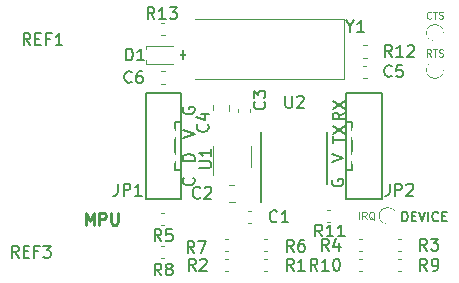
<source format=gto>
G04 #@! TF.GenerationSoftware,KiCad,Pcbnew,(5.1.2)-1*
G04 #@! TF.CreationDate,2019-11-04T01:51:56+09:00*
G04 #@! TF.ProjectId,IR,49522e6b-6963-4616-945f-706362585858,v1.1*
G04 #@! TF.SameCoordinates,Original*
G04 #@! TF.FileFunction,Legend,Top*
G04 #@! TF.FilePolarity,Positive*
%FSLAX46Y46*%
G04 Gerber Fmt 4.6, Leading zero omitted, Abs format (unit mm)*
G04 Created by KiCad (PCBNEW (5.1.2)-1) date 2019-11-04 01:51:56*
%MOMM*%
%LPD*%
G04 APERTURE LIST*
%ADD10C,0.150000*%
%ADD11C,0.220000*%
%ADD12C,0.200000*%
%ADD13C,0.120000*%
%ADD14C,0.100000*%
%ADD15C,3.600000*%
%ADD16O,2.200000X1.924000*%
%ADD17C,0.050000*%
%ADD18C,1.275000*%
%ADD19C,1.375000*%
%ADD20R,1.050000X1.460000*%
%ADD21R,4.900000X2.400000*%
%ADD22C,1.400000*%
%ADD23R,0.850000X1.900000*%
G04 APERTURE END LIST*
D10*
X186519047Y-103271428D02*
X187280952Y-103271428D01*
X186900000Y-103652380D02*
X186900000Y-102890476D01*
D11*
X178642857Y-117652380D02*
X178642857Y-116652380D01*
X178976190Y-117366666D01*
X179309523Y-116652380D01*
X179309523Y-117652380D01*
X179785714Y-117652380D02*
X179785714Y-116652380D01*
X180166666Y-116652380D01*
X180261904Y-116700000D01*
X180309523Y-116747619D01*
X180357142Y-116842857D01*
X180357142Y-116985714D01*
X180309523Y-117080952D01*
X180261904Y-117128571D01*
X180166666Y-117176190D01*
X179785714Y-117176190D01*
X180785714Y-116652380D02*
X180785714Y-117461904D01*
X180833333Y-117557142D01*
X180880952Y-117604761D01*
X180976190Y-117652380D01*
X181166666Y-117652380D01*
X181261904Y-117604761D01*
X181309523Y-117557142D01*
X181357142Y-117461904D01*
X181357142Y-116652380D01*
D12*
X205433333Y-117361904D02*
X205433333Y-116561904D01*
X205623809Y-116561904D01*
X205738095Y-116600000D01*
X205814285Y-116676190D01*
X205852380Y-116752380D01*
X205890476Y-116904761D01*
X205890476Y-117019047D01*
X205852380Y-117171428D01*
X205814285Y-117247619D01*
X205738095Y-117323809D01*
X205623809Y-117361904D01*
X205433333Y-117361904D01*
X206233333Y-116942857D02*
X206500000Y-116942857D01*
X206614285Y-117361904D02*
X206233333Y-117361904D01*
X206233333Y-116561904D01*
X206614285Y-116561904D01*
X206842857Y-116561904D02*
X207109523Y-117361904D01*
X207376190Y-116561904D01*
X207642857Y-117361904D02*
X207642857Y-116561904D01*
X208480952Y-117285714D02*
X208442857Y-117323809D01*
X208328571Y-117361904D01*
X208252380Y-117361904D01*
X208138095Y-117323809D01*
X208061904Y-117247619D01*
X208023809Y-117171428D01*
X207985714Y-117019047D01*
X207985714Y-116904761D01*
X208023809Y-116752380D01*
X208061904Y-116676190D01*
X208138095Y-116600000D01*
X208252380Y-116561904D01*
X208328571Y-116561904D01*
X208442857Y-116600000D01*
X208480952Y-116638095D01*
X208823809Y-116942857D02*
X209090476Y-116942857D01*
X209204761Y-117361904D02*
X208823809Y-117361904D01*
X208823809Y-116561904D01*
X209204761Y-116561904D01*
D10*
X186700000Y-109000000D02*
X186200000Y-109000000D01*
X186200000Y-109000000D02*
X186200000Y-113000000D01*
X186200000Y-113000000D02*
X186700000Y-113000000D01*
X186700000Y-111000000D02*
X186700000Y-115500000D01*
X186700000Y-115500000D02*
X183700000Y-115500000D01*
X183700000Y-115500000D02*
X183700000Y-106500000D01*
X183700000Y-106500000D02*
X186700000Y-106500000D01*
X186700000Y-106500000D02*
X186700000Y-111000000D01*
X200700000Y-113000000D02*
X201200000Y-113000000D01*
X201200000Y-113000000D02*
X201200000Y-109000000D01*
X201200000Y-109000000D02*
X200700000Y-109000000D01*
X200700000Y-111000000D02*
X200700000Y-106500000D01*
X200700000Y-106500000D02*
X203700000Y-106500000D01*
X203700000Y-106500000D02*
X203700000Y-115500000D01*
X203700000Y-115500000D02*
X200700000Y-115500000D01*
X200700000Y-115500000D02*
X200700000Y-111000000D01*
D13*
X192662779Y-117510000D02*
X192337221Y-117510000D01*
X192662779Y-116490000D02*
X192337221Y-116490000D01*
X190741422Y-115710000D02*
X191258578Y-115710000D01*
X190741422Y-114290000D02*
X191258578Y-114290000D01*
X192510000Y-108162779D02*
X192510000Y-107837221D01*
X191490000Y-108162779D02*
X191490000Y-107837221D01*
X189390000Y-108058578D02*
X189390000Y-107541422D01*
X190810000Y-108058578D02*
X190810000Y-107541422D01*
X202137221Y-105210000D02*
X202462779Y-105210000D01*
X202137221Y-104190000D02*
X202462779Y-104190000D01*
X185362779Y-105710000D02*
X185037221Y-105710000D01*
X185362779Y-104690000D02*
X185037221Y-104690000D01*
X186000000Y-102565000D02*
X183715000Y-102565000D01*
X183715000Y-102565000D02*
X183715000Y-104035000D01*
X183715000Y-104035000D02*
X186000000Y-104035000D01*
X194062779Y-120590000D02*
X193737221Y-120590000D01*
X194062779Y-121610000D02*
X193737221Y-121610000D01*
X190437221Y-121610000D02*
X190762779Y-121610000D01*
X190437221Y-120590000D02*
X190762779Y-120590000D01*
X205362779Y-119910000D02*
X205037221Y-119910000D01*
X205362779Y-118890000D02*
X205037221Y-118890000D01*
X201737221Y-118890000D02*
X202062779Y-118890000D01*
X201737221Y-119910000D02*
X202062779Y-119910000D01*
X185362779Y-117710000D02*
X185037221Y-117710000D01*
X185362779Y-116690000D02*
X185037221Y-116690000D01*
X194062779Y-118890000D02*
X193737221Y-118890000D01*
X194062779Y-119910000D02*
X193737221Y-119910000D01*
X190437221Y-119910000D02*
X190762779Y-119910000D01*
X190437221Y-118890000D02*
X190762779Y-118890000D01*
X185362779Y-119490000D02*
X185037221Y-119490000D01*
X185362779Y-120510000D02*
X185037221Y-120510000D01*
X205362779Y-121610000D02*
X205037221Y-121610000D01*
X205362779Y-120590000D02*
X205037221Y-120590000D01*
X201737221Y-120590000D02*
X202062779Y-120590000D01*
X201737221Y-121610000D02*
X202062779Y-121610000D01*
X199362779Y-117410000D02*
X199037221Y-117410000D01*
X199362779Y-116390000D02*
X199037221Y-116390000D01*
X202462779Y-102490000D02*
X202137221Y-102490000D01*
X202462779Y-103510000D02*
X202137221Y-103510000D01*
X185037221Y-100590000D02*
X185362779Y-100590000D01*
X185037221Y-101610000D02*
X185362779Y-101610000D01*
X192610000Y-112800000D02*
X192610000Y-111000000D01*
X189390000Y-111000000D02*
X189390000Y-113450000D01*
X187900000Y-105350000D02*
X200500000Y-105350000D01*
X200500000Y-105350000D02*
X200500000Y-100250000D01*
X200500000Y-100250000D02*
X187900000Y-100250000D01*
X204900000Y-116900000D02*
G75*
G03X204900000Y-116900000I-700000J0D01*
G01*
X208900000Y-101400000D02*
G75*
G03X208900000Y-101400000I-700000J0D01*
G01*
X208900000Y-104600000D02*
G75*
G03X208900000Y-104600000I-700000J0D01*
G01*
D10*
X199025000Y-114200000D02*
X199025000Y-109800000D01*
X193500000Y-115775000D02*
X193500000Y-109800000D01*
X172952380Y-120452380D02*
X172619047Y-119976190D01*
X172380952Y-120452380D02*
X172380952Y-119452380D01*
X172761904Y-119452380D01*
X172857142Y-119500000D01*
X172904761Y-119547619D01*
X172952380Y-119642857D01*
X172952380Y-119785714D01*
X172904761Y-119880952D01*
X172857142Y-119928571D01*
X172761904Y-119976190D01*
X172380952Y-119976190D01*
X173380952Y-119928571D02*
X173714285Y-119928571D01*
X173857142Y-120452380D02*
X173380952Y-120452380D01*
X173380952Y-119452380D01*
X173857142Y-119452380D01*
X174619047Y-119928571D02*
X174285714Y-119928571D01*
X174285714Y-120452380D02*
X174285714Y-119452380D01*
X174761904Y-119452380D01*
X175047619Y-119452380D02*
X175666666Y-119452380D01*
X175333333Y-119833333D01*
X175476190Y-119833333D01*
X175571428Y-119880952D01*
X175619047Y-119928571D01*
X175666666Y-120023809D01*
X175666666Y-120261904D01*
X175619047Y-120357142D01*
X175571428Y-120404761D01*
X175476190Y-120452380D01*
X175190476Y-120452380D01*
X175095238Y-120404761D01*
X175047619Y-120357142D01*
X181366666Y-114202380D02*
X181366666Y-114916666D01*
X181319047Y-115059523D01*
X181223809Y-115154761D01*
X181080952Y-115202380D01*
X180985714Y-115202380D01*
X181842857Y-115202380D02*
X181842857Y-114202380D01*
X182223809Y-114202380D01*
X182319047Y-114250000D01*
X182366666Y-114297619D01*
X182414285Y-114392857D01*
X182414285Y-114535714D01*
X182366666Y-114630952D01*
X182319047Y-114678571D01*
X182223809Y-114726190D01*
X181842857Y-114726190D01*
X183366666Y-115202380D02*
X182795238Y-115202380D01*
X183080952Y-115202380D02*
X183080952Y-114202380D01*
X182985714Y-114345238D01*
X182890476Y-114440476D01*
X182795238Y-114488095D01*
X187757142Y-113690476D02*
X187804761Y-113738095D01*
X187852380Y-113880952D01*
X187852380Y-113976190D01*
X187804761Y-114119047D01*
X187709523Y-114214285D01*
X187614285Y-114261904D01*
X187423809Y-114309523D01*
X187280952Y-114309523D01*
X187090476Y-114261904D01*
X186995238Y-114214285D01*
X186900000Y-114119047D01*
X186852380Y-113976190D01*
X186852380Y-113880952D01*
X186900000Y-113738095D01*
X186947619Y-113690476D01*
X187852380Y-112261904D02*
X186852380Y-112261904D01*
X186852380Y-112023809D01*
X186900000Y-111880952D01*
X186995238Y-111785714D01*
X187090476Y-111738095D01*
X187280952Y-111690476D01*
X187423809Y-111690476D01*
X187614285Y-111738095D01*
X187709523Y-111785714D01*
X187804761Y-111880952D01*
X187852380Y-112023809D01*
X187852380Y-112261904D01*
X186852380Y-110333333D02*
X187852380Y-110000000D01*
X186852380Y-109666666D01*
X186900000Y-107738095D02*
X186852380Y-107833333D01*
X186852380Y-107976190D01*
X186900000Y-108119047D01*
X186995238Y-108214285D01*
X187090476Y-108261904D01*
X187280952Y-108309523D01*
X187423809Y-108309523D01*
X187614285Y-108261904D01*
X187709523Y-108214285D01*
X187804761Y-108119047D01*
X187852380Y-107976190D01*
X187852380Y-107880952D01*
X187804761Y-107738095D01*
X187757142Y-107690476D01*
X187423809Y-107690476D01*
X187423809Y-107880952D01*
X204366666Y-114202380D02*
X204366666Y-114916666D01*
X204319047Y-115059523D01*
X204223809Y-115154761D01*
X204080952Y-115202380D01*
X203985714Y-115202380D01*
X204842857Y-115202380D02*
X204842857Y-114202380D01*
X205223809Y-114202380D01*
X205319047Y-114250000D01*
X205366666Y-114297619D01*
X205414285Y-114392857D01*
X205414285Y-114535714D01*
X205366666Y-114630952D01*
X205319047Y-114678571D01*
X205223809Y-114726190D01*
X204842857Y-114726190D01*
X205795238Y-114297619D02*
X205842857Y-114250000D01*
X205938095Y-114202380D01*
X206176190Y-114202380D01*
X206271428Y-114250000D01*
X206319047Y-114297619D01*
X206366666Y-114392857D01*
X206366666Y-114488095D01*
X206319047Y-114630952D01*
X205747619Y-115202380D01*
X206366666Y-115202380D01*
X200552380Y-108166666D02*
X200076190Y-108500000D01*
X200552380Y-108738095D02*
X199552380Y-108738095D01*
X199552380Y-108357142D01*
X199600000Y-108261904D01*
X199647619Y-108214285D01*
X199742857Y-108166666D01*
X199885714Y-108166666D01*
X199980952Y-108214285D01*
X200028571Y-108261904D01*
X200076190Y-108357142D01*
X200076190Y-108738095D01*
X199552380Y-107833333D02*
X200552380Y-107166666D01*
X199552380Y-107166666D02*
X200552380Y-107833333D01*
X199552380Y-110761904D02*
X199552380Y-110190476D01*
X200552380Y-110476190D02*
X199552380Y-110476190D01*
X199552380Y-109952380D02*
X200552380Y-109285714D01*
X199552380Y-109285714D02*
X200552380Y-109952380D01*
X199452380Y-112333333D02*
X200452380Y-112000000D01*
X199452380Y-111666666D01*
X199500000Y-113838095D02*
X199452380Y-113933333D01*
X199452380Y-114076190D01*
X199500000Y-114219047D01*
X199595238Y-114314285D01*
X199690476Y-114361904D01*
X199880952Y-114409523D01*
X200023809Y-114409523D01*
X200214285Y-114361904D01*
X200309523Y-114314285D01*
X200404761Y-114219047D01*
X200452380Y-114076190D01*
X200452380Y-113980952D01*
X200404761Y-113838095D01*
X200357142Y-113790476D01*
X200023809Y-113790476D01*
X200023809Y-113980952D01*
X194833333Y-117357142D02*
X194785714Y-117404761D01*
X194642857Y-117452380D01*
X194547619Y-117452380D01*
X194404761Y-117404761D01*
X194309523Y-117309523D01*
X194261904Y-117214285D01*
X194214285Y-117023809D01*
X194214285Y-116880952D01*
X194261904Y-116690476D01*
X194309523Y-116595238D01*
X194404761Y-116500000D01*
X194547619Y-116452380D01*
X194642857Y-116452380D01*
X194785714Y-116500000D01*
X194833333Y-116547619D01*
X195785714Y-117452380D02*
X195214285Y-117452380D01*
X195500000Y-117452380D02*
X195500000Y-116452380D01*
X195404761Y-116595238D01*
X195309523Y-116690476D01*
X195214285Y-116738095D01*
X188333333Y-115357142D02*
X188285714Y-115404761D01*
X188142857Y-115452380D01*
X188047619Y-115452380D01*
X187904761Y-115404761D01*
X187809523Y-115309523D01*
X187761904Y-115214285D01*
X187714285Y-115023809D01*
X187714285Y-114880952D01*
X187761904Y-114690476D01*
X187809523Y-114595238D01*
X187904761Y-114500000D01*
X188047619Y-114452380D01*
X188142857Y-114452380D01*
X188285714Y-114500000D01*
X188333333Y-114547619D01*
X188714285Y-114547619D02*
X188761904Y-114500000D01*
X188857142Y-114452380D01*
X189095238Y-114452380D01*
X189190476Y-114500000D01*
X189238095Y-114547619D01*
X189285714Y-114642857D01*
X189285714Y-114738095D01*
X189238095Y-114880952D01*
X188666666Y-115452380D01*
X189285714Y-115452380D01*
X193757142Y-107266666D02*
X193804761Y-107314285D01*
X193852380Y-107457142D01*
X193852380Y-107552380D01*
X193804761Y-107695238D01*
X193709523Y-107790476D01*
X193614285Y-107838095D01*
X193423809Y-107885714D01*
X193280952Y-107885714D01*
X193090476Y-107838095D01*
X192995238Y-107790476D01*
X192900000Y-107695238D01*
X192852380Y-107552380D01*
X192852380Y-107457142D01*
X192900000Y-107314285D01*
X192947619Y-107266666D01*
X192852380Y-106933333D02*
X192852380Y-106314285D01*
X193233333Y-106647619D01*
X193233333Y-106504761D01*
X193280952Y-106409523D01*
X193328571Y-106361904D01*
X193423809Y-106314285D01*
X193661904Y-106314285D01*
X193757142Y-106361904D01*
X193804761Y-106409523D01*
X193852380Y-106504761D01*
X193852380Y-106790476D01*
X193804761Y-106885714D01*
X193757142Y-106933333D01*
X188957142Y-109166666D02*
X189004761Y-109214285D01*
X189052380Y-109357142D01*
X189052380Y-109452380D01*
X189004761Y-109595238D01*
X188909523Y-109690476D01*
X188814285Y-109738095D01*
X188623809Y-109785714D01*
X188480952Y-109785714D01*
X188290476Y-109738095D01*
X188195238Y-109690476D01*
X188100000Y-109595238D01*
X188052380Y-109452380D01*
X188052380Y-109357142D01*
X188100000Y-109214285D01*
X188147619Y-109166666D01*
X188385714Y-108309523D02*
X189052380Y-108309523D01*
X188004761Y-108547619D02*
X188719047Y-108785714D01*
X188719047Y-108166666D01*
X204533333Y-105057142D02*
X204485714Y-105104761D01*
X204342857Y-105152380D01*
X204247619Y-105152380D01*
X204104761Y-105104761D01*
X204009523Y-105009523D01*
X203961904Y-104914285D01*
X203914285Y-104723809D01*
X203914285Y-104580952D01*
X203961904Y-104390476D01*
X204009523Y-104295238D01*
X204104761Y-104200000D01*
X204247619Y-104152380D01*
X204342857Y-104152380D01*
X204485714Y-104200000D01*
X204533333Y-104247619D01*
X205438095Y-104152380D02*
X204961904Y-104152380D01*
X204914285Y-104628571D01*
X204961904Y-104580952D01*
X205057142Y-104533333D01*
X205295238Y-104533333D01*
X205390476Y-104580952D01*
X205438095Y-104628571D01*
X205485714Y-104723809D01*
X205485714Y-104961904D01*
X205438095Y-105057142D01*
X205390476Y-105104761D01*
X205295238Y-105152380D01*
X205057142Y-105152380D01*
X204961904Y-105104761D01*
X204914285Y-105057142D01*
X182533333Y-105557142D02*
X182485714Y-105604761D01*
X182342857Y-105652380D01*
X182247619Y-105652380D01*
X182104761Y-105604761D01*
X182009523Y-105509523D01*
X181961904Y-105414285D01*
X181914285Y-105223809D01*
X181914285Y-105080952D01*
X181961904Y-104890476D01*
X182009523Y-104795238D01*
X182104761Y-104700000D01*
X182247619Y-104652380D01*
X182342857Y-104652380D01*
X182485714Y-104700000D01*
X182533333Y-104747619D01*
X183390476Y-104652380D02*
X183200000Y-104652380D01*
X183104761Y-104700000D01*
X183057142Y-104747619D01*
X182961904Y-104890476D01*
X182914285Y-105080952D01*
X182914285Y-105461904D01*
X182961904Y-105557142D01*
X183009523Y-105604761D01*
X183104761Y-105652380D01*
X183295238Y-105652380D01*
X183390476Y-105604761D01*
X183438095Y-105557142D01*
X183485714Y-105461904D01*
X183485714Y-105223809D01*
X183438095Y-105128571D01*
X183390476Y-105080952D01*
X183295238Y-105033333D01*
X183104761Y-105033333D01*
X183009523Y-105080952D01*
X182961904Y-105128571D01*
X182914285Y-105223809D01*
X182061904Y-103752380D02*
X182061904Y-102752380D01*
X182300000Y-102752380D01*
X182442857Y-102800000D01*
X182538095Y-102895238D01*
X182585714Y-102990476D01*
X182633333Y-103180952D01*
X182633333Y-103323809D01*
X182585714Y-103514285D01*
X182538095Y-103609523D01*
X182442857Y-103704761D01*
X182300000Y-103752380D01*
X182061904Y-103752380D01*
X183585714Y-103752380D02*
X183014285Y-103752380D01*
X183300000Y-103752380D02*
X183300000Y-102752380D01*
X183204761Y-102895238D01*
X183109523Y-102990476D01*
X183014285Y-103038095D01*
X196233333Y-121552380D02*
X195900000Y-121076190D01*
X195661904Y-121552380D02*
X195661904Y-120552380D01*
X196042857Y-120552380D01*
X196138095Y-120600000D01*
X196185714Y-120647619D01*
X196233333Y-120742857D01*
X196233333Y-120885714D01*
X196185714Y-120980952D01*
X196138095Y-121028571D01*
X196042857Y-121076190D01*
X195661904Y-121076190D01*
X197185714Y-121552380D02*
X196614285Y-121552380D01*
X196900000Y-121552380D02*
X196900000Y-120552380D01*
X196804761Y-120695238D01*
X196709523Y-120790476D01*
X196614285Y-120838095D01*
X187933333Y-121552380D02*
X187600000Y-121076190D01*
X187361904Y-121552380D02*
X187361904Y-120552380D01*
X187742857Y-120552380D01*
X187838095Y-120600000D01*
X187885714Y-120647619D01*
X187933333Y-120742857D01*
X187933333Y-120885714D01*
X187885714Y-120980952D01*
X187838095Y-121028571D01*
X187742857Y-121076190D01*
X187361904Y-121076190D01*
X188314285Y-120647619D02*
X188361904Y-120600000D01*
X188457142Y-120552380D01*
X188695238Y-120552380D01*
X188790476Y-120600000D01*
X188838095Y-120647619D01*
X188885714Y-120742857D01*
X188885714Y-120838095D01*
X188838095Y-120980952D01*
X188266666Y-121552380D01*
X188885714Y-121552380D01*
X207533333Y-119852380D02*
X207200000Y-119376190D01*
X206961904Y-119852380D02*
X206961904Y-118852380D01*
X207342857Y-118852380D01*
X207438095Y-118900000D01*
X207485714Y-118947619D01*
X207533333Y-119042857D01*
X207533333Y-119185714D01*
X207485714Y-119280952D01*
X207438095Y-119328571D01*
X207342857Y-119376190D01*
X206961904Y-119376190D01*
X207866666Y-118852380D02*
X208485714Y-118852380D01*
X208152380Y-119233333D01*
X208295238Y-119233333D01*
X208390476Y-119280952D01*
X208438095Y-119328571D01*
X208485714Y-119423809D01*
X208485714Y-119661904D01*
X208438095Y-119757142D01*
X208390476Y-119804761D01*
X208295238Y-119852380D01*
X208009523Y-119852380D01*
X207914285Y-119804761D01*
X207866666Y-119757142D01*
X199233333Y-119852380D02*
X198900000Y-119376190D01*
X198661904Y-119852380D02*
X198661904Y-118852380D01*
X199042857Y-118852380D01*
X199138095Y-118900000D01*
X199185714Y-118947619D01*
X199233333Y-119042857D01*
X199233333Y-119185714D01*
X199185714Y-119280952D01*
X199138095Y-119328571D01*
X199042857Y-119376190D01*
X198661904Y-119376190D01*
X200090476Y-119185714D02*
X200090476Y-119852380D01*
X199852380Y-118804761D02*
X199614285Y-119519047D01*
X200233333Y-119519047D01*
X185033333Y-119052380D02*
X184700000Y-118576190D01*
X184461904Y-119052380D02*
X184461904Y-118052380D01*
X184842857Y-118052380D01*
X184938095Y-118100000D01*
X184985714Y-118147619D01*
X185033333Y-118242857D01*
X185033333Y-118385714D01*
X184985714Y-118480952D01*
X184938095Y-118528571D01*
X184842857Y-118576190D01*
X184461904Y-118576190D01*
X185938095Y-118052380D02*
X185461904Y-118052380D01*
X185414285Y-118528571D01*
X185461904Y-118480952D01*
X185557142Y-118433333D01*
X185795238Y-118433333D01*
X185890476Y-118480952D01*
X185938095Y-118528571D01*
X185985714Y-118623809D01*
X185985714Y-118861904D01*
X185938095Y-118957142D01*
X185890476Y-119004761D01*
X185795238Y-119052380D01*
X185557142Y-119052380D01*
X185461904Y-119004761D01*
X185414285Y-118957142D01*
X196233333Y-119952380D02*
X195900000Y-119476190D01*
X195661904Y-119952380D02*
X195661904Y-118952380D01*
X196042857Y-118952380D01*
X196138095Y-119000000D01*
X196185714Y-119047619D01*
X196233333Y-119142857D01*
X196233333Y-119285714D01*
X196185714Y-119380952D01*
X196138095Y-119428571D01*
X196042857Y-119476190D01*
X195661904Y-119476190D01*
X197090476Y-118952380D02*
X196900000Y-118952380D01*
X196804761Y-119000000D01*
X196757142Y-119047619D01*
X196661904Y-119190476D01*
X196614285Y-119380952D01*
X196614285Y-119761904D01*
X196661904Y-119857142D01*
X196709523Y-119904761D01*
X196804761Y-119952380D01*
X196995238Y-119952380D01*
X197090476Y-119904761D01*
X197138095Y-119857142D01*
X197185714Y-119761904D01*
X197185714Y-119523809D01*
X197138095Y-119428571D01*
X197090476Y-119380952D01*
X196995238Y-119333333D01*
X196804761Y-119333333D01*
X196709523Y-119380952D01*
X196661904Y-119428571D01*
X196614285Y-119523809D01*
X187833333Y-120052380D02*
X187500000Y-119576190D01*
X187261904Y-120052380D02*
X187261904Y-119052380D01*
X187642857Y-119052380D01*
X187738095Y-119100000D01*
X187785714Y-119147619D01*
X187833333Y-119242857D01*
X187833333Y-119385714D01*
X187785714Y-119480952D01*
X187738095Y-119528571D01*
X187642857Y-119576190D01*
X187261904Y-119576190D01*
X188166666Y-119052380D02*
X188833333Y-119052380D01*
X188404761Y-120052380D01*
X185033333Y-121952380D02*
X184700000Y-121476190D01*
X184461904Y-121952380D02*
X184461904Y-120952380D01*
X184842857Y-120952380D01*
X184938095Y-121000000D01*
X184985714Y-121047619D01*
X185033333Y-121142857D01*
X185033333Y-121285714D01*
X184985714Y-121380952D01*
X184938095Y-121428571D01*
X184842857Y-121476190D01*
X184461904Y-121476190D01*
X185604761Y-121380952D02*
X185509523Y-121333333D01*
X185461904Y-121285714D01*
X185414285Y-121190476D01*
X185414285Y-121142857D01*
X185461904Y-121047619D01*
X185509523Y-121000000D01*
X185604761Y-120952380D01*
X185795238Y-120952380D01*
X185890476Y-121000000D01*
X185938095Y-121047619D01*
X185985714Y-121142857D01*
X185985714Y-121190476D01*
X185938095Y-121285714D01*
X185890476Y-121333333D01*
X185795238Y-121380952D01*
X185604761Y-121380952D01*
X185509523Y-121428571D01*
X185461904Y-121476190D01*
X185414285Y-121571428D01*
X185414285Y-121761904D01*
X185461904Y-121857142D01*
X185509523Y-121904761D01*
X185604761Y-121952380D01*
X185795238Y-121952380D01*
X185890476Y-121904761D01*
X185938095Y-121857142D01*
X185985714Y-121761904D01*
X185985714Y-121571428D01*
X185938095Y-121476190D01*
X185890476Y-121428571D01*
X185795238Y-121380952D01*
X207533333Y-121552380D02*
X207200000Y-121076190D01*
X206961904Y-121552380D02*
X206961904Y-120552380D01*
X207342857Y-120552380D01*
X207438095Y-120600000D01*
X207485714Y-120647619D01*
X207533333Y-120742857D01*
X207533333Y-120885714D01*
X207485714Y-120980952D01*
X207438095Y-121028571D01*
X207342857Y-121076190D01*
X206961904Y-121076190D01*
X208009523Y-121552380D02*
X208200000Y-121552380D01*
X208295238Y-121504761D01*
X208342857Y-121457142D01*
X208438095Y-121314285D01*
X208485714Y-121123809D01*
X208485714Y-120742857D01*
X208438095Y-120647619D01*
X208390476Y-120600000D01*
X208295238Y-120552380D01*
X208104761Y-120552380D01*
X208009523Y-120600000D01*
X207961904Y-120647619D01*
X207914285Y-120742857D01*
X207914285Y-120980952D01*
X207961904Y-121076190D01*
X208009523Y-121123809D01*
X208104761Y-121171428D01*
X208295238Y-121171428D01*
X208390476Y-121123809D01*
X208438095Y-121076190D01*
X208485714Y-120980952D01*
X198257142Y-121552380D02*
X197923809Y-121076190D01*
X197685714Y-121552380D02*
X197685714Y-120552380D01*
X198066666Y-120552380D01*
X198161904Y-120600000D01*
X198209523Y-120647619D01*
X198257142Y-120742857D01*
X198257142Y-120885714D01*
X198209523Y-120980952D01*
X198161904Y-121028571D01*
X198066666Y-121076190D01*
X197685714Y-121076190D01*
X199209523Y-121552380D02*
X198638095Y-121552380D01*
X198923809Y-121552380D02*
X198923809Y-120552380D01*
X198828571Y-120695238D01*
X198733333Y-120790476D01*
X198638095Y-120838095D01*
X199828571Y-120552380D02*
X199923809Y-120552380D01*
X200019047Y-120600000D01*
X200066666Y-120647619D01*
X200114285Y-120742857D01*
X200161904Y-120933333D01*
X200161904Y-121171428D01*
X200114285Y-121361904D01*
X200066666Y-121457142D01*
X200019047Y-121504761D01*
X199923809Y-121552380D01*
X199828571Y-121552380D01*
X199733333Y-121504761D01*
X199685714Y-121457142D01*
X199638095Y-121361904D01*
X199590476Y-121171428D01*
X199590476Y-120933333D01*
X199638095Y-120742857D01*
X199685714Y-120647619D01*
X199733333Y-120600000D01*
X199828571Y-120552380D01*
X198657142Y-118652380D02*
X198323809Y-118176190D01*
X198085714Y-118652380D02*
X198085714Y-117652380D01*
X198466666Y-117652380D01*
X198561904Y-117700000D01*
X198609523Y-117747619D01*
X198657142Y-117842857D01*
X198657142Y-117985714D01*
X198609523Y-118080952D01*
X198561904Y-118128571D01*
X198466666Y-118176190D01*
X198085714Y-118176190D01*
X199609523Y-118652380D02*
X199038095Y-118652380D01*
X199323809Y-118652380D02*
X199323809Y-117652380D01*
X199228571Y-117795238D01*
X199133333Y-117890476D01*
X199038095Y-117938095D01*
X200561904Y-118652380D02*
X199990476Y-118652380D01*
X200276190Y-118652380D02*
X200276190Y-117652380D01*
X200180952Y-117795238D01*
X200085714Y-117890476D01*
X199990476Y-117938095D01*
X204557142Y-103452380D02*
X204223809Y-102976190D01*
X203985714Y-103452380D02*
X203985714Y-102452380D01*
X204366666Y-102452380D01*
X204461904Y-102500000D01*
X204509523Y-102547619D01*
X204557142Y-102642857D01*
X204557142Y-102785714D01*
X204509523Y-102880952D01*
X204461904Y-102928571D01*
X204366666Y-102976190D01*
X203985714Y-102976190D01*
X205509523Y-103452380D02*
X204938095Y-103452380D01*
X205223809Y-103452380D02*
X205223809Y-102452380D01*
X205128571Y-102595238D01*
X205033333Y-102690476D01*
X204938095Y-102738095D01*
X205890476Y-102547619D02*
X205938095Y-102500000D01*
X206033333Y-102452380D01*
X206271428Y-102452380D01*
X206366666Y-102500000D01*
X206414285Y-102547619D01*
X206461904Y-102642857D01*
X206461904Y-102738095D01*
X206414285Y-102880952D01*
X205842857Y-103452380D01*
X206461904Y-103452380D01*
X184457142Y-100252380D02*
X184123809Y-99776190D01*
X183885714Y-100252380D02*
X183885714Y-99252380D01*
X184266666Y-99252380D01*
X184361904Y-99300000D01*
X184409523Y-99347619D01*
X184457142Y-99442857D01*
X184457142Y-99585714D01*
X184409523Y-99680952D01*
X184361904Y-99728571D01*
X184266666Y-99776190D01*
X183885714Y-99776190D01*
X185409523Y-100252380D02*
X184838095Y-100252380D01*
X185123809Y-100252380D02*
X185123809Y-99252380D01*
X185028571Y-99395238D01*
X184933333Y-99490476D01*
X184838095Y-99538095D01*
X185742857Y-99252380D02*
X186361904Y-99252380D01*
X186028571Y-99633333D01*
X186171428Y-99633333D01*
X186266666Y-99680952D01*
X186314285Y-99728571D01*
X186361904Y-99823809D01*
X186361904Y-100061904D01*
X186314285Y-100157142D01*
X186266666Y-100204761D01*
X186171428Y-100252380D01*
X185885714Y-100252380D01*
X185790476Y-100204761D01*
X185742857Y-100157142D01*
X188252380Y-112861904D02*
X189061904Y-112861904D01*
X189157142Y-112814285D01*
X189204761Y-112766666D01*
X189252380Y-112671428D01*
X189252380Y-112480952D01*
X189204761Y-112385714D01*
X189157142Y-112338095D01*
X189061904Y-112290476D01*
X188252380Y-112290476D01*
X189252380Y-111290476D02*
X189252380Y-111861904D01*
X189252380Y-111576190D02*
X188252380Y-111576190D01*
X188395238Y-111671428D01*
X188490476Y-111766666D01*
X188538095Y-111861904D01*
X201023809Y-100876190D02*
X201023809Y-101352380D01*
X200690476Y-100352380D02*
X201023809Y-100876190D01*
X201357142Y-100352380D01*
X202214285Y-101352380D02*
X201642857Y-101352380D01*
X201928571Y-101352380D02*
X201928571Y-100352380D01*
X201833333Y-100495238D01*
X201738095Y-100590476D01*
X201642857Y-100638095D01*
D14*
X201785714Y-117171428D02*
X201785714Y-116571428D01*
X202414285Y-117171428D02*
X202214285Y-116885714D01*
X202071428Y-117171428D02*
X202071428Y-116571428D01*
X202300000Y-116571428D01*
X202357142Y-116600000D01*
X202385714Y-116628571D01*
X202414285Y-116685714D01*
X202414285Y-116771428D01*
X202385714Y-116828571D01*
X202357142Y-116857142D01*
X202300000Y-116885714D01*
X202071428Y-116885714D01*
X203071428Y-117228571D02*
X203014285Y-117200000D01*
X202957142Y-117142857D01*
X202871428Y-117057142D01*
X202814285Y-117028571D01*
X202757142Y-117028571D01*
X202785714Y-117171428D02*
X202728571Y-117142857D01*
X202671428Y-117085714D01*
X202642857Y-116971428D01*
X202642857Y-116771428D01*
X202671428Y-116657142D01*
X202728571Y-116600000D01*
X202785714Y-116571428D01*
X202900000Y-116571428D01*
X202957142Y-116600000D01*
X203014285Y-116657142D01*
X203042857Y-116771428D01*
X203042857Y-116971428D01*
X203014285Y-117085714D01*
X202957142Y-117142857D01*
X202900000Y-117171428D01*
X202785714Y-117171428D01*
X207871428Y-100166285D02*
X207842857Y-100194857D01*
X207757142Y-100223428D01*
X207700000Y-100223428D01*
X207614285Y-100194857D01*
X207557142Y-100137714D01*
X207528571Y-100080571D01*
X207500000Y-99966285D01*
X207500000Y-99880571D01*
X207528571Y-99766285D01*
X207557142Y-99709142D01*
X207614285Y-99652000D01*
X207700000Y-99623428D01*
X207757142Y-99623428D01*
X207842857Y-99652000D01*
X207871428Y-99680571D01*
X208042857Y-99623428D02*
X208385714Y-99623428D01*
X208214285Y-100223428D02*
X208214285Y-99623428D01*
X208557142Y-100194857D02*
X208642857Y-100223428D01*
X208785714Y-100223428D01*
X208842857Y-100194857D01*
X208871428Y-100166285D01*
X208900000Y-100109142D01*
X208900000Y-100052000D01*
X208871428Y-99994857D01*
X208842857Y-99966285D01*
X208785714Y-99937714D01*
X208671428Y-99909142D01*
X208614285Y-99880571D01*
X208585714Y-99852000D01*
X208557142Y-99794857D01*
X208557142Y-99737714D01*
X208585714Y-99680571D01*
X208614285Y-99652000D01*
X208671428Y-99623428D01*
X208814285Y-99623428D01*
X208900000Y-99652000D01*
X207871428Y-103423428D02*
X207671428Y-103137714D01*
X207528571Y-103423428D02*
X207528571Y-102823428D01*
X207757142Y-102823428D01*
X207814285Y-102852000D01*
X207842857Y-102880571D01*
X207871428Y-102937714D01*
X207871428Y-103023428D01*
X207842857Y-103080571D01*
X207814285Y-103109142D01*
X207757142Y-103137714D01*
X207528571Y-103137714D01*
X208042857Y-102823428D02*
X208385714Y-102823428D01*
X208214285Y-103423428D02*
X208214285Y-102823428D01*
X208557142Y-103394857D02*
X208642857Y-103423428D01*
X208785714Y-103423428D01*
X208842857Y-103394857D01*
X208871428Y-103366285D01*
X208900000Y-103309142D01*
X208900000Y-103252000D01*
X208871428Y-103194857D01*
X208842857Y-103166285D01*
X208785714Y-103137714D01*
X208671428Y-103109142D01*
X208614285Y-103080571D01*
X208585714Y-103052000D01*
X208557142Y-102994857D01*
X208557142Y-102937714D01*
X208585714Y-102880571D01*
X208614285Y-102852000D01*
X208671428Y-102823428D01*
X208814285Y-102823428D01*
X208900000Y-102852000D01*
D10*
X195538095Y-106752380D02*
X195538095Y-107561904D01*
X195585714Y-107657142D01*
X195633333Y-107704761D01*
X195728571Y-107752380D01*
X195919047Y-107752380D01*
X196014285Y-107704761D01*
X196061904Y-107657142D01*
X196109523Y-107561904D01*
X196109523Y-106752380D01*
X196538095Y-106847619D02*
X196585714Y-106800000D01*
X196680952Y-106752380D01*
X196919047Y-106752380D01*
X197014285Y-106800000D01*
X197061904Y-106847619D01*
X197109523Y-106942857D01*
X197109523Y-107038095D01*
X197061904Y-107180952D01*
X196490476Y-107752380D01*
X197109523Y-107752380D01*
X173952380Y-102452380D02*
X173619047Y-101976190D01*
X173380952Y-102452380D02*
X173380952Y-101452380D01*
X173761904Y-101452380D01*
X173857142Y-101500000D01*
X173904761Y-101547619D01*
X173952380Y-101642857D01*
X173952380Y-101785714D01*
X173904761Y-101880952D01*
X173857142Y-101928571D01*
X173761904Y-101976190D01*
X173380952Y-101976190D01*
X174380952Y-101928571D02*
X174714285Y-101928571D01*
X174857142Y-102452380D02*
X174380952Y-102452380D01*
X174380952Y-101452380D01*
X174857142Y-101452380D01*
X175619047Y-101928571D02*
X175285714Y-101928571D01*
X175285714Y-102452380D02*
X175285714Y-101452380D01*
X175761904Y-101452380D01*
X176666666Y-102452380D02*
X176095238Y-102452380D01*
X176380952Y-102452380D02*
X176380952Y-101452380D01*
X176285714Y-101595238D01*
X176190476Y-101690476D01*
X176095238Y-101738095D01*
%LPC*%
D15*
X180000000Y-120000000D03*
D16*
X185200000Y-114000000D03*
X185200000Y-112000000D03*
X185200000Y-110000000D03*
X185200000Y-108000000D03*
X202200000Y-108000000D03*
X202200000Y-110000000D03*
X202200000Y-112000000D03*
X202200000Y-114000000D03*
D17*
G36*
X193637493Y-116326535D02*
G01*
X193668435Y-116331125D01*
X193698778Y-116338725D01*
X193728230Y-116349263D01*
X193756508Y-116362638D01*
X193783338Y-116378719D01*
X193808463Y-116397353D01*
X193831640Y-116418360D01*
X193852647Y-116441537D01*
X193871281Y-116466662D01*
X193887362Y-116493492D01*
X193900737Y-116521770D01*
X193911275Y-116551222D01*
X193918875Y-116581565D01*
X193923465Y-116612507D01*
X193925000Y-116643750D01*
X193925000Y-117356250D01*
X193923465Y-117387493D01*
X193918875Y-117418435D01*
X193911275Y-117448778D01*
X193900737Y-117478230D01*
X193887362Y-117506508D01*
X193871281Y-117533338D01*
X193852647Y-117558463D01*
X193831640Y-117581640D01*
X193808463Y-117602647D01*
X193783338Y-117621281D01*
X193756508Y-117637362D01*
X193728230Y-117650737D01*
X193698778Y-117661275D01*
X193668435Y-117668875D01*
X193637493Y-117673465D01*
X193606250Y-117675000D01*
X192968750Y-117675000D01*
X192937507Y-117673465D01*
X192906565Y-117668875D01*
X192876222Y-117661275D01*
X192846770Y-117650737D01*
X192818492Y-117637362D01*
X192791662Y-117621281D01*
X192766537Y-117602647D01*
X192743360Y-117581640D01*
X192722353Y-117558463D01*
X192703719Y-117533338D01*
X192687638Y-117506508D01*
X192674263Y-117478230D01*
X192663725Y-117448778D01*
X192656125Y-117418435D01*
X192651535Y-117387493D01*
X192650000Y-117356250D01*
X192650000Y-116643750D01*
X192651535Y-116612507D01*
X192656125Y-116581565D01*
X192663725Y-116551222D01*
X192674263Y-116521770D01*
X192687638Y-116493492D01*
X192703719Y-116466662D01*
X192722353Y-116441537D01*
X192743360Y-116418360D01*
X192766537Y-116397353D01*
X192791662Y-116378719D01*
X192818492Y-116362638D01*
X192846770Y-116349263D01*
X192876222Y-116338725D01*
X192906565Y-116331125D01*
X192937507Y-116326535D01*
X192968750Y-116325000D01*
X193606250Y-116325000D01*
X193637493Y-116326535D01*
X193637493Y-116326535D01*
G37*
D18*
X193287500Y-117000000D03*
D17*
G36*
X192062493Y-116326535D02*
G01*
X192093435Y-116331125D01*
X192123778Y-116338725D01*
X192153230Y-116349263D01*
X192181508Y-116362638D01*
X192208338Y-116378719D01*
X192233463Y-116397353D01*
X192256640Y-116418360D01*
X192277647Y-116441537D01*
X192296281Y-116466662D01*
X192312362Y-116493492D01*
X192325737Y-116521770D01*
X192336275Y-116551222D01*
X192343875Y-116581565D01*
X192348465Y-116612507D01*
X192350000Y-116643750D01*
X192350000Y-117356250D01*
X192348465Y-117387493D01*
X192343875Y-117418435D01*
X192336275Y-117448778D01*
X192325737Y-117478230D01*
X192312362Y-117506508D01*
X192296281Y-117533338D01*
X192277647Y-117558463D01*
X192256640Y-117581640D01*
X192233463Y-117602647D01*
X192208338Y-117621281D01*
X192181508Y-117637362D01*
X192153230Y-117650737D01*
X192123778Y-117661275D01*
X192093435Y-117668875D01*
X192062493Y-117673465D01*
X192031250Y-117675000D01*
X191393750Y-117675000D01*
X191362507Y-117673465D01*
X191331565Y-117668875D01*
X191301222Y-117661275D01*
X191271770Y-117650737D01*
X191243492Y-117637362D01*
X191216662Y-117621281D01*
X191191537Y-117602647D01*
X191168360Y-117581640D01*
X191147353Y-117558463D01*
X191128719Y-117533338D01*
X191112638Y-117506508D01*
X191099263Y-117478230D01*
X191088725Y-117448778D01*
X191081125Y-117418435D01*
X191076535Y-117387493D01*
X191075000Y-117356250D01*
X191075000Y-116643750D01*
X191076535Y-116612507D01*
X191081125Y-116581565D01*
X191088725Y-116551222D01*
X191099263Y-116521770D01*
X191112638Y-116493492D01*
X191128719Y-116466662D01*
X191147353Y-116441537D01*
X191168360Y-116418360D01*
X191191537Y-116397353D01*
X191216662Y-116378719D01*
X191243492Y-116362638D01*
X191271770Y-116349263D01*
X191301222Y-116338725D01*
X191331565Y-116331125D01*
X191362507Y-116326535D01*
X191393750Y-116325000D01*
X192031250Y-116325000D01*
X192062493Y-116326535D01*
X192062493Y-116326535D01*
G37*
D18*
X191712500Y-117000000D03*
D17*
G36*
X192314943Y-114101655D02*
G01*
X192348312Y-114106605D01*
X192381035Y-114114802D01*
X192412797Y-114126166D01*
X192443293Y-114140590D01*
X192472227Y-114157932D01*
X192499323Y-114178028D01*
X192524318Y-114200682D01*
X192546972Y-114225677D01*
X192567068Y-114252773D01*
X192584410Y-114281707D01*
X192598834Y-114312203D01*
X192610198Y-114343965D01*
X192618395Y-114376688D01*
X192623345Y-114410057D01*
X192625000Y-114443750D01*
X192625000Y-115556250D01*
X192623345Y-115589943D01*
X192618395Y-115623312D01*
X192610198Y-115656035D01*
X192598834Y-115687797D01*
X192584410Y-115718293D01*
X192567068Y-115747227D01*
X192546972Y-115774323D01*
X192524318Y-115799318D01*
X192499323Y-115821972D01*
X192472227Y-115842068D01*
X192443293Y-115859410D01*
X192412797Y-115873834D01*
X192381035Y-115885198D01*
X192348312Y-115893395D01*
X192314943Y-115898345D01*
X192281250Y-115900000D01*
X191593750Y-115900000D01*
X191560057Y-115898345D01*
X191526688Y-115893395D01*
X191493965Y-115885198D01*
X191462203Y-115873834D01*
X191431707Y-115859410D01*
X191402773Y-115842068D01*
X191375677Y-115821972D01*
X191350682Y-115799318D01*
X191328028Y-115774323D01*
X191307932Y-115747227D01*
X191290590Y-115718293D01*
X191276166Y-115687797D01*
X191264802Y-115656035D01*
X191256605Y-115623312D01*
X191251655Y-115589943D01*
X191250000Y-115556250D01*
X191250000Y-114443750D01*
X191251655Y-114410057D01*
X191256605Y-114376688D01*
X191264802Y-114343965D01*
X191276166Y-114312203D01*
X191290590Y-114281707D01*
X191307932Y-114252773D01*
X191328028Y-114225677D01*
X191350682Y-114200682D01*
X191375677Y-114178028D01*
X191402773Y-114157932D01*
X191431707Y-114140590D01*
X191462203Y-114126166D01*
X191493965Y-114114802D01*
X191526688Y-114106605D01*
X191560057Y-114101655D01*
X191593750Y-114100000D01*
X192281250Y-114100000D01*
X192314943Y-114101655D01*
X192314943Y-114101655D01*
G37*
D19*
X191937500Y-115000000D03*
D17*
G36*
X190439943Y-114101655D02*
G01*
X190473312Y-114106605D01*
X190506035Y-114114802D01*
X190537797Y-114126166D01*
X190568293Y-114140590D01*
X190597227Y-114157932D01*
X190624323Y-114178028D01*
X190649318Y-114200682D01*
X190671972Y-114225677D01*
X190692068Y-114252773D01*
X190709410Y-114281707D01*
X190723834Y-114312203D01*
X190735198Y-114343965D01*
X190743395Y-114376688D01*
X190748345Y-114410057D01*
X190750000Y-114443750D01*
X190750000Y-115556250D01*
X190748345Y-115589943D01*
X190743395Y-115623312D01*
X190735198Y-115656035D01*
X190723834Y-115687797D01*
X190709410Y-115718293D01*
X190692068Y-115747227D01*
X190671972Y-115774323D01*
X190649318Y-115799318D01*
X190624323Y-115821972D01*
X190597227Y-115842068D01*
X190568293Y-115859410D01*
X190537797Y-115873834D01*
X190506035Y-115885198D01*
X190473312Y-115893395D01*
X190439943Y-115898345D01*
X190406250Y-115900000D01*
X189718750Y-115900000D01*
X189685057Y-115898345D01*
X189651688Y-115893395D01*
X189618965Y-115885198D01*
X189587203Y-115873834D01*
X189556707Y-115859410D01*
X189527773Y-115842068D01*
X189500677Y-115821972D01*
X189475682Y-115799318D01*
X189453028Y-115774323D01*
X189432932Y-115747227D01*
X189415590Y-115718293D01*
X189401166Y-115687797D01*
X189389802Y-115656035D01*
X189381605Y-115623312D01*
X189376655Y-115589943D01*
X189375000Y-115556250D01*
X189375000Y-114443750D01*
X189376655Y-114410057D01*
X189381605Y-114376688D01*
X189389802Y-114343965D01*
X189401166Y-114312203D01*
X189415590Y-114281707D01*
X189432932Y-114252773D01*
X189453028Y-114225677D01*
X189475682Y-114200682D01*
X189500677Y-114178028D01*
X189527773Y-114157932D01*
X189556707Y-114140590D01*
X189587203Y-114126166D01*
X189618965Y-114114802D01*
X189651688Y-114106605D01*
X189685057Y-114101655D01*
X189718750Y-114100000D01*
X190406250Y-114100000D01*
X190439943Y-114101655D01*
X190439943Y-114101655D01*
G37*
D19*
X190062500Y-115000000D03*
D17*
G36*
X192387493Y-106576535D02*
G01*
X192418435Y-106581125D01*
X192448778Y-106588725D01*
X192478230Y-106599263D01*
X192506508Y-106612638D01*
X192533338Y-106628719D01*
X192558463Y-106647353D01*
X192581640Y-106668360D01*
X192602647Y-106691537D01*
X192621281Y-106716662D01*
X192637362Y-106743492D01*
X192650737Y-106771770D01*
X192661275Y-106801222D01*
X192668875Y-106831565D01*
X192673465Y-106862507D01*
X192675000Y-106893750D01*
X192675000Y-107531250D01*
X192673465Y-107562493D01*
X192668875Y-107593435D01*
X192661275Y-107623778D01*
X192650737Y-107653230D01*
X192637362Y-107681508D01*
X192621281Y-107708338D01*
X192602647Y-107733463D01*
X192581640Y-107756640D01*
X192558463Y-107777647D01*
X192533338Y-107796281D01*
X192506508Y-107812362D01*
X192478230Y-107825737D01*
X192448778Y-107836275D01*
X192418435Y-107843875D01*
X192387493Y-107848465D01*
X192356250Y-107850000D01*
X191643750Y-107850000D01*
X191612507Y-107848465D01*
X191581565Y-107843875D01*
X191551222Y-107836275D01*
X191521770Y-107825737D01*
X191493492Y-107812362D01*
X191466662Y-107796281D01*
X191441537Y-107777647D01*
X191418360Y-107756640D01*
X191397353Y-107733463D01*
X191378719Y-107708338D01*
X191362638Y-107681508D01*
X191349263Y-107653230D01*
X191338725Y-107623778D01*
X191331125Y-107593435D01*
X191326535Y-107562493D01*
X191325000Y-107531250D01*
X191325000Y-106893750D01*
X191326535Y-106862507D01*
X191331125Y-106831565D01*
X191338725Y-106801222D01*
X191349263Y-106771770D01*
X191362638Y-106743492D01*
X191378719Y-106716662D01*
X191397353Y-106691537D01*
X191418360Y-106668360D01*
X191441537Y-106647353D01*
X191466662Y-106628719D01*
X191493492Y-106612638D01*
X191521770Y-106599263D01*
X191551222Y-106588725D01*
X191581565Y-106581125D01*
X191612507Y-106576535D01*
X191643750Y-106575000D01*
X192356250Y-106575000D01*
X192387493Y-106576535D01*
X192387493Y-106576535D01*
G37*
D18*
X192000000Y-107212500D03*
D17*
G36*
X192387493Y-108151535D02*
G01*
X192418435Y-108156125D01*
X192448778Y-108163725D01*
X192478230Y-108174263D01*
X192506508Y-108187638D01*
X192533338Y-108203719D01*
X192558463Y-108222353D01*
X192581640Y-108243360D01*
X192602647Y-108266537D01*
X192621281Y-108291662D01*
X192637362Y-108318492D01*
X192650737Y-108346770D01*
X192661275Y-108376222D01*
X192668875Y-108406565D01*
X192673465Y-108437507D01*
X192675000Y-108468750D01*
X192675000Y-109106250D01*
X192673465Y-109137493D01*
X192668875Y-109168435D01*
X192661275Y-109198778D01*
X192650737Y-109228230D01*
X192637362Y-109256508D01*
X192621281Y-109283338D01*
X192602647Y-109308463D01*
X192581640Y-109331640D01*
X192558463Y-109352647D01*
X192533338Y-109371281D01*
X192506508Y-109387362D01*
X192478230Y-109400737D01*
X192448778Y-109411275D01*
X192418435Y-109418875D01*
X192387493Y-109423465D01*
X192356250Y-109425000D01*
X191643750Y-109425000D01*
X191612507Y-109423465D01*
X191581565Y-109418875D01*
X191551222Y-109411275D01*
X191521770Y-109400737D01*
X191493492Y-109387362D01*
X191466662Y-109371281D01*
X191441537Y-109352647D01*
X191418360Y-109331640D01*
X191397353Y-109308463D01*
X191378719Y-109283338D01*
X191362638Y-109256508D01*
X191349263Y-109228230D01*
X191338725Y-109198778D01*
X191331125Y-109168435D01*
X191326535Y-109137493D01*
X191325000Y-109106250D01*
X191325000Y-108468750D01*
X191326535Y-108437507D01*
X191331125Y-108406565D01*
X191338725Y-108376222D01*
X191349263Y-108346770D01*
X191362638Y-108318492D01*
X191378719Y-108291662D01*
X191397353Y-108266537D01*
X191418360Y-108243360D01*
X191441537Y-108222353D01*
X191466662Y-108203719D01*
X191493492Y-108187638D01*
X191521770Y-108174263D01*
X191551222Y-108163725D01*
X191581565Y-108156125D01*
X191612507Y-108151535D01*
X191643750Y-108150000D01*
X192356250Y-108150000D01*
X192387493Y-108151535D01*
X192387493Y-108151535D01*
G37*
D18*
X192000000Y-108787500D03*
D17*
G36*
X190689943Y-108051655D02*
G01*
X190723312Y-108056605D01*
X190756035Y-108064802D01*
X190787797Y-108076166D01*
X190818293Y-108090590D01*
X190847227Y-108107932D01*
X190874323Y-108128028D01*
X190899318Y-108150682D01*
X190921972Y-108175677D01*
X190942068Y-108202773D01*
X190959410Y-108231707D01*
X190973834Y-108262203D01*
X190985198Y-108293965D01*
X190993395Y-108326688D01*
X190998345Y-108360057D01*
X191000000Y-108393750D01*
X191000000Y-109081250D01*
X190998345Y-109114943D01*
X190993395Y-109148312D01*
X190985198Y-109181035D01*
X190973834Y-109212797D01*
X190959410Y-109243293D01*
X190942068Y-109272227D01*
X190921972Y-109299323D01*
X190899318Y-109324318D01*
X190874323Y-109346972D01*
X190847227Y-109367068D01*
X190818293Y-109384410D01*
X190787797Y-109398834D01*
X190756035Y-109410198D01*
X190723312Y-109418395D01*
X190689943Y-109423345D01*
X190656250Y-109425000D01*
X189543750Y-109425000D01*
X189510057Y-109423345D01*
X189476688Y-109418395D01*
X189443965Y-109410198D01*
X189412203Y-109398834D01*
X189381707Y-109384410D01*
X189352773Y-109367068D01*
X189325677Y-109346972D01*
X189300682Y-109324318D01*
X189278028Y-109299323D01*
X189257932Y-109272227D01*
X189240590Y-109243293D01*
X189226166Y-109212797D01*
X189214802Y-109181035D01*
X189206605Y-109148312D01*
X189201655Y-109114943D01*
X189200000Y-109081250D01*
X189200000Y-108393750D01*
X189201655Y-108360057D01*
X189206605Y-108326688D01*
X189214802Y-108293965D01*
X189226166Y-108262203D01*
X189240590Y-108231707D01*
X189257932Y-108202773D01*
X189278028Y-108175677D01*
X189300682Y-108150682D01*
X189325677Y-108128028D01*
X189352773Y-108107932D01*
X189381707Y-108090590D01*
X189412203Y-108076166D01*
X189443965Y-108064802D01*
X189476688Y-108056605D01*
X189510057Y-108051655D01*
X189543750Y-108050000D01*
X190656250Y-108050000D01*
X190689943Y-108051655D01*
X190689943Y-108051655D01*
G37*
D19*
X190100000Y-108737500D03*
D17*
G36*
X190689943Y-106176655D02*
G01*
X190723312Y-106181605D01*
X190756035Y-106189802D01*
X190787797Y-106201166D01*
X190818293Y-106215590D01*
X190847227Y-106232932D01*
X190874323Y-106253028D01*
X190899318Y-106275682D01*
X190921972Y-106300677D01*
X190942068Y-106327773D01*
X190959410Y-106356707D01*
X190973834Y-106387203D01*
X190985198Y-106418965D01*
X190993395Y-106451688D01*
X190998345Y-106485057D01*
X191000000Y-106518750D01*
X191000000Y-107206250D01*
X190998345Y-107239943D01*
X190993395Y-107273312D01*
X190985198Y-107306035D01*
X190973834Y-107337797D01*
X190959410Y-107368293D01*
X190942068Y-107397227D01*
X190921972Y-107424323D01*
X190899318Y-107449318D01*
X190874323Y-107471972D01*
X190847227Y-107492068D01*
X190818293Y-107509410D01*
X190787797Y-107523834D01*
X190756035Y-107535198D01*
X190723312Y-107543395D01*
X190689943Y-107548345D01*
X190656250Y-107550000D01*
X189543750Y-107550000D01*
X189510057Y-107548345D01*
X189476688Y-107543395D01*
X189443965Y-107535198D01*
X189412203Y-107523834D01*
X189381707Y-107509410D01*
X189352773Y-107492068D01*
X189325677Y-107471972D01*
X189300682Y-107449318D01*
X189278028Y-107424323D01*
X189257932Y-107397227D01*
X189240590Y-107368293D01*
X189226166Y-107337797D01*
X189214802Y-107306035D01*
X189206605Y-107273312D01*
X189201655Y-107239943D01*
X189200000Y-107206250D01*
X189200000Y-106518750D01*
X189201655Y-106485057D01*
X189206605Y-106451688D01*
X189214802Y-106418965D01*
X189226166Y-106387203D01*
X189240590Y-106356707D01*
X189257932Y-106327773D01*
X189278028Y-106300677D01*
X189300682Y-106275682D01*
X189325677Y-106253028D01*
X189352773Y-106232932D01*
X189381707Y-106215590D01*
X189412203Y-106201166D01*
X189443965Y-106189802D01*
X189476688Y-106181605D01*
X189510057Y-106176655D01*
X189543750Y-106175000D01*
X190656250Y-106175000D01*
X190689943Y-106176655D01*
X190689943Y-106176655D01*
G37*
D19*
X190100000Y-106862500D03*
D17*
G36*
X203437493Y-104026535D02*
G01*
X203468435Y-104031125D01*
X203498778Y-104038725D01*
X203528230Y-104049263D01*
X203556508Y-104062638D01*
X203583338Y-104078719D01*
X203608463Y-104097353D01*
X203631640Y-104118360D01*
X203652647Y-104141537D01*
X203671281Y-104166662D01*
X203687362Y-104193492D01*
X203700737Y-104221770D01*
X203711275Y-104251222D01*
X203718875Y-104281565D01*
X203723465Y-104312507D01*
X203725000Y-104343750D01*
X203725000Y-105056250D01*
X203723465Y-105087493D01*
X203718875Y-105118435D01*
X203711275Y-105148778D01*
X203700737Y-105178230D01*
X203687362Y-105206508D01*
X203671281Y-105233338D01*
X203652647Y-105258463D01*
X203631640Y-105281640D01*
X203608463Y-105302647D01*
X203583338Y-105321281D01*
X203556508Y-105337362D01*
X203528230Y-105350737D01*
X203498778Y-105361275D01*
X203468435Y-105368875D01*
X203437493Y-105373465D01*
X203406250Y-105375000D01*
X202768750Y-105375000D01*
X202737507Y-105373465D01*
X202706565Y-105368875D01*
X202676222Y-105361275D01*
X202646770Y-105350737D01*
X202618492Y-105337362D01*
X202591662Y-105321281D01*
X202566537Y-105302647D01*
X202543360Y-105281640D01*
X202522353Y-105258463D01*
X202503719Y-105233338D01*
X202487638Y-105206508D01*
X202474263Y-105178230D01*
X202463725Y-105148778D01*
X202456125Y-105118435D01*
X202451535Y-105087493D01*
X202450000Y-105056250D01*
X202450000Y-104343750D01*
X202451535Y-104312507D01*
X202456125Y-104281565D01*
X202463725Y-104251222D01*
X202474263Y-104221770D01*
X202487638Y-104193492D01*
X202503719Y-104166662D01*
X202522353Y-104141537D01*
X202543360Y-104118360D01*
X202566537Y-104097353D01*
X202591662Y-104078719D01*
X202618492Y-104062638D01*
X202646770Y-104049263D01*
X202676222Y-104038725D01*
X202706565Y-104031125D01*
X202737507Y-104026535D01*
X202768750Y-104025000D01*
X203406250Y-104025000D01*
X203437493Y-104026535D01*
X203437493Y-104026535D01*
G37*
D18*
X203087500Y-104700000D03*
D17*
G36*
X201862493Y-104026535D02*
G01*
X201893435Y-104031125D01*
X201923778Y-104038725D01*
X201953230Y-104049263D01*
X201981508Y-104062638D01*
X202008338Y-104078719D01*
X202033463Y-104097353D01*
X202056640Y-104118360D01*
X202077647Y-104141537D01*
X202096281Y-104166662D01*
X202112362Y-104193492D01*
X202125737Y-104221770D01*
X202136275Y-104251222D01*
X202143875Y-104281565D01*
X202148465Y-104312507D01*
X202150000Y-104343750D01*
X202150000Y-105056250D01*
X202148465Y-105087493D01*
X202143875Y-105118435D01*
X202136275Y-105148778D01*
X202125737Y-105178230D01*
X202112362Y-105206508D01*
X202096281Y-105233338D01*
X202077647Y-105258463D01*
X202056640Y-105281640D01*
X202033463Y-105302647D01*
X202008338Y-105321281D01*
X201981508Y-105337362D01*
X201953230Y-105350737D01*
X201923778Y-105361275D01*
X201893435Y-105368875D01*
X201862493Y-105373465D01*
X201831250Y-105375000D01*
X201193750Y-105375000D01*
X201162507Y-105373465D01*
X201131565Y-105368875D01*
X201101222Y-105361275D01*
X201071770Y-105350737D01*
X201043492Y-105337362D01*
X201016662Y-105321281D01*
X200991537Y-105302647D01*
X200968360Y-105281640D01*
X200947353Y-105258463D01*
X200928719Y-105233338D01*
X200912638Y-105206508D01*
X200899263Y-105178230D01*
X200888725Y-105148778D01*
X200881125Y-105118435D01*
X200876535Y-105087493D01*
X200875000Y-105056250D01*
X200875000Y-104343750D01*
X200876535Y-104312507D01*
X200881125Y-104281565D01*
X200888725Y-104251222D01*
X200899263Y-104221770D01*
X200912638Y-104193492D01*
X200928719Y-104166662D01*
X200947353Y-104141537D01*
X200968360Y-104118360D01*
X200991537Y-104097353D01*
X201016662Y-104078719D01*
X201043492Y-104062638D01*
X201071770Y-104049263D01*
X201101222Y-104038725D01*
X201131565Y-104031125D01*
X201162507Y-104026535D01*
X201193750Y-104025000D01*
X201831250Y-104025000D01*
X201862493Y-104026535D01*
X201862493Y-104026535D01*
G37*
D18*
X201512500Y-104700000D03*
D17*
G36*
X186337493Y-104526535D02*
G01*
X186368435Y-104531125D01*
X186398778Y-104538725D01*
X186428230Y-104549263D01*
X186456508Y-104562638D01*
X186483338Y-104578719D01*
X186508463Y-104597353D01*
X186531640Y-104618360D01*
X186552647Y-104641537D01*
X186571281Y-104666662D01*
X186587362Y-104693492D01*
X186600737Y-104721770D01*
X186611275Y-104751222D01*
X186618875Y-104781565D01*
X186623465Y-104812507D01*
X186625000Y-104843750D01*
X186625000Y-105556250D01*
X186623465Y-105587493D01*
X186618875Y-105618435D01*
X186611275Y-105648778D01*
X186600737Y-105678230D01*
X186587362Y-105706508D01*
X186571281Y-105733338D01*
X186552647Y-105758463D01*
X186531640Y-105781640D01*
X186508463Y-105802647D01*
X186483338Y-105821281D01*
X186456508Y-105837362D01*
X186428230Y-105850737D01*
X186398778Y-105861275D01*
X186368435Y-105868875D01*
X186337493Y-105873465D01*
X186306250Y-105875000D01*
X185668750Y-105875000D01*
X185637507Y-105873465D01*
X185606565Y-105868875D01*
X185576222Y-105861275D01*
X185546770Y-105850737D01*
X185518492Y-105837362D01*
X185491662Y-105821281D01*
X185466537Y-105802647D01*
X185443360Y-105781640D01*
X185422353Y-105758463D01*
X185403719Y-105733338D01*
X185387638Y-105706508D01*
X185374263Y-105678230D01*
X185363725Y-105648778D01*
X185356125Y-105618435D01*
X185351535Y-105587493D01*
X185350000Y-105556250D01*
X185350000Y-104843750D01*
X185351535Y-104812507D01*
X185356125Y-104781565D01*
X185363725Y-104751222D01*
X185374263Y-104721770D01*
X185387638Y-104693492D01*
X185403719Y-104666662D01*
X185422353Y-104641537D01*
X185443360Y-104618360D01*
X185466537Y-104597353D01*
X185491662Y-104578719D01*
X185518492Y-104562638D01*
X185546770Y-104549263D01*
X185576222Y-104538725D01*
X185606565Y-104531125D01*
X185637507Y-104526535D01*
X185668750Y-104525000D01*
X186306250Y-104525000D01*
X186337493Y-104526535D01*
X186337493Y-104526535D01*
G37*
D18*
X185987500Y-105200000D03*
D17*
G36*
X184762493Y-104526535D02*
G01*
X184793435Y-104531125D01*
X184823778Y-104538725D01*
X184853230Y-104549263D01*
X184881508Y-104562638D01*
X184908338Y-104578719D01*
X184933463Y-104597353D01*
X184956640Y-104618360D01*
X184977647Y-104641537D01*
X184996281Y-104666662D01*
X185012362Y-104693492D01*
X185025737Y-104721770D01*
X185036275Y-104751222D01*
X185043875Y-104781565D01*
X185048465Y-104812507D01*
X185050000Y-104843750D01*
X185050000Y-105556250D01*
X185048465Y-105587493D01*
X185043875Y-105618435D01*
X185036275Y-105648778D01*
X185025737Y-105678230D01*
X185012362Y-105706508D01*
X184996281Y-105733338D01*
X184977647Y-105758463D01*
X184956640Y-105781640D01*
X184933463Y-105802647D01*
X184908338Y-105821281D01*
X184881508Y-105837362D01*
X184853230Y-105850737D01*
X184823778Y-105861275D01*
X184793435Y-105868875D01*
X184762493Y-105873465D01*
X184731250Y-105875000D01*
X184093750Y-105875000D01*
X184062507Y-105873465D01*
X184031565Y-105868875D01*
X184001222Y-105861275D01*
X183971770Y-105850737D01*
X183943492Y-105837362D01*
X183916662Y-105821281D01*
X183891537Y-105802647D01*
X183868360Y-105781640D01*
X183847353Y-105758463D01*
X183828719Y-105733338D01*
X183812638Y-105706508D01*
X183799263Y-105678230D01*
X183788725Y-105648778D01*
X183781125Y-105618435D01*
X183776535Y-105587493D01*
X183775000Y-105556250D01*
X183775000Y-104843750D01*
X183776535Y-104812507D01*
X183781125Y-104781565D01*
X183788725Y-104751222D01*
X183799263Y-104721770D01*
X183812638Y-104693492D01*
X183828719Y-104666662D01*
X183847353Y-104641537D01*
X183868360Y-104618360D01*
X183891537Y-104597353D01*
X183916662Y-104578719D01*
X183943492Y-104562638D01*
X183971770Y-104549263D01*
X184001222Y-104538725D01*
X184031565Y-104531125D01*
X184062507Y-104526535D01*
X184093750Y-104525000D01*
X184731250Y-104525000D01*
X184762493Y-104526535D01*
X184762493Y-104526535D01*
G37*
D18*
X184412500Y-105200000D03*
D17*
G36*
X184762493Y-102626535D02*
G01*
X184793435Y-102631125D01*
X184823778Y-102638725D01*
X184853230Y-102649263D01*
X184881508Y-102662638D01*
X184908338Y-102678719D01*
X184933463Y-102697353D01*
X184956640Y-102718360D01*
X184977647Y-102741537D01*
X184996281Y-102766662D01*
X185012362Y-102793492D01*
X185025737Y-102821770D01*
X185036275Y-102851222D01*
X185043875Y-102881565D01*
X185048465Y-102912507D01*
X185050000Y-102943750D01*
X185050000Y-103656250D01*
X185048465Y-103687493D01*
X185043875Y-103718435D01*
X185036275Y-103748778D01*
X185025737Y-103778230D01*
X185012362Y-103806508D01*
X184996281Y-103833338D01*
X184977647Y-103858463D01*
X184956640Y-103881640D01*
X184933463Y-103902647D01*
X184908338Y-103921281D01*
X184881508Y-103937362D01*
X184853230Y-103950737D01*
X184823778Y-103961275D01*
X184793435Y-103968875D01*
X184762493Y-103973465D01*
X184731250Y-103975000D01*
X184093750Y-103975000D01*
X184062507Y-103973465D01*
X184031565Y-103968875D01*
X184001222Y-103961275D01*
X183971770Y-103950737D01*
X183943492Y-103937362D01*
X183916662Y-103921281D01*
X183891537Y-103902647D01*
X183868360Y-103881640D01*
X183847353Y-103858463D01*
X183828719Y-103833338D01*
X183812638Y-103806508D01*
X183799263Y-103778230D01*
X183788725Y-103748778D01*
X183781125Y-103718435D01*
X183776535Y-103687493D01*
X183775000Y-103656250D01*
X183775000Y-102943750D01*
X183776535Y-102912507D01*
X183781125Y-102881565D01*
X183788725Y-102851222D01*
X183799263Y-102821770D01*
X183812638Y-102793492D01*
X183828719Y-102766662D01*
X183847353Y-102741537D01*
X183868360Y-102718360D01*
X183891537Y-102697353D01*
X183916662Y-102678719D01*
X183943492Y-102662638D01*
X183971770Y-102649263D01*
X184001222Y-102638725D01*
X184031565Y-102631125D01*
X184062507Y-102626535D01*
X184093750Y-102625000D01*
X184731250Y-102625000D01*
X184762493Y-102626535D01*
X184762493Y-102626535D01*
G37*
D18*
X184412500Y-103300000D03*
D17*
G36*
X186337493Y-102626535D02*
G01*
X186368435Y-102631125D01*
X186398778Y-102638725D01*
X186428230Y-102649263D01*
X186456508Y-102662638D01*
X186483338Y-102678719D01*
X186508463Y-102697353D01*
X186531640Y-102718360D01*
X186552647Y-102741537D01*
X186571281Y-102766662D01*
X186587362Y-102793492D01*
X186600737Y-102821770D01*
X186611275Y-102851222D01*
X186618875Y-102881565D01*
X186623465Y-102912507D01*
X186625000Y-102943750D01*
X186625000Y-103656250D01*
X186623465Y-103687493D01*
X186618875Y-103718435D01*
X186611275Y-103748778D01*
X186600737Y-103778230D01*
X186587362Y-103806508D01*
X186571281Y-103833338D01*
X186552647Y-103858463D01*
X186531640Y-103881640D01*
X186508463Y-103902647D01*
X186483338Y-103921281D01*
X186456508Y-103937362D01*
X186428230Y-103950737D01*
X186398778Y-103961275D01*
X186368435Y-103968875D01*
X186337493Y-103973465D01*
X186306250Y-103975000D01*
X185668750Y-103975000D01*
X185637507Y-103973465D01*
X185606565Y-103968875D01*
X185576222Y-103961275D01*
X185546770Y-103950737D01*
X185518492Y-103937362D01*
X185491662Y-103921281D01*
X185466537Y-103902647D01*
X185443360Y-103881640D01*
X185422353Y-103858463D01*
X185403719Y-103833338D01*
X185387638Y-103806508D01*
X185374263Y-103778230D01*
X185363725Y-103748778D01*
X185356125Y-103718435D01*
X185351535Y-103687493D01*
X185350000Y-103656250D01*
X185350000Y-102943750D01*
X185351535Y-102912507D01*
X185356125Y-102881565D01*
X185363725Y-102851222D01*
X185374263Y-102821770D01*
X185387638Y-102793492D01*
X185403719Y-102766662D01*
X185422353Y-102741537D01*
X185443360Y-102718360D01*
X185466537Y-102697353D01*
X185491662Y-102678719D01*
X185518492Y-102662638D01*
X185546770Y-102649263D01*
X185576222Y-102638725D01*
X185606565Y-102631125D01*
X185637507Y-102626535D01*
X185668750Y-102625000D01*
X186306250Y-102625000D01*
X186337493Y-102626535D01*
X186337493Y-102626535D01*
G37*
D18*
X185987500Y-103300000D03*
D17*
G36*
X193462493Y-120426535D02*
G01*
X193493435Y-120431125D01*
X193523778Y-120438725D01*
X193553230Y-120449263D01*
X193581508Y-120462638D01*
X193608338Y-120478719D01*
X193633463Y-120497353D01*
X193656640Y-120518360D01*
X193677647Y-120541537D01*
X193696281Y-120566662D01*
X193712362Y-120593492D01*
X193725737Y-120621770D01*
X193736275Y-120651222D01*
X193743875Y-120681565D01*
X193748465Y-120712507D01*
X193750000Y-120743750D01*
X193750000Y-121456250D01*
X193748465Y-121487493D01*
X193743875Y-121518435D01*
X193736275Y-121548778D01*
X193725737Y-121578230D01*
X193712362Y-121606508D01*
X193696281Y-121633338D01*
X193677647Y-121658463D01*
X193656640Y-121681640D01*
X193633463Y-121702647D01*
X193608338Y-121721281D01*
X193581508Y-121737362D01*
X193553230Y-121750737D01*
X193523778Y-121761275D01*
X193493435Y-121768875D01*
X193462493Y-121773465D01*
X193431250Y-121775000D01*
X192793750Y-121775000D01*
X192762507Y-121773465D01*
X192731565Y-121768875D01*
X192701222Y-121761275D01*
X192671770Y-121750737D01*
X192643492Y-121737362D01*
X192616662Y-121721281D01*
X192591537Y-121702647D01*
X192568360Y-121681640D01*
X192547353Y-121658463D01*
X192528719Y-121633338D01*
X192512638Y-121606508D01*
X192499263Y-121578230D01*
X192488725Y-121548778D01*
X192481125Y-121518435D01*
X192476535Y-121487493D01*
X192475000Y-121456250D01*
X192475000Y-120743750D01*
X192476535Y-120712507D01*
X192481125Y-120681565D01*
X192488725Y-120651222D01*
X192499263Y-120621770D01*
X192512638Y-120593492D01*
X192528719Y-120566662D01*
X192547353Y-120541537D01*
X192568360Y-120518360D01*
X192591537Y-120497353D01*
X192616662Y-120478719D01*
X192643492Y-120462638D01*
X192671770Y-120449263D01*
X192701222Y-120438725D01*
X192731565Y-120431125D01*
X192762507Y-120426535D01*
X192793750Y-120425000D01*
X193431250Y-120425000D01*
X193462493Y-120426535D01*
X193462493Y-120426535D01*
G37*
D18*
X193112500Y-121100000D03*
D17*
G36*
X195037493Y-120426535D02*
G01*
X195068435Y-120431125D01*
X195098778Y-120438725D01*
X195128230Y-120449263D01*
X195156508Y-120462638D01*
X195183338Y-120478719D01*
X195208463Y-120497353D01*
X195231640Y-120518360D01*
X195252647Y-120541537D01*
X195271281Y-120566662D01*
X195287362Y-120593492D01*
X195300737Y-120621770D01*
X195311275Y-120651222D01*
X195318875Y-120681565D01*
X195323465Y-120712507D01*
X195325000Y-120743750D01*
X195325000Y-121456250D01*
X195323465Y-121487493D01*
X195318875Y-121518435D01*
X195311275Y-121548778D01*
X195300737Y-121578230D01*
X195287362Y-121606508D01*
X195271281Y-121633338D01*
X195252647Y-121658463D01*
X195231640Y-121681640D01*
X195208463Y-121702647D01*
X195183338Y-121721281D01*
X195156508Y-121737362D01*
X195128230Y-121750737D01*
X195098778Y-121761275D01*
X195068435Y-121768875D01*
X195037493Y-121773465D01*
X195006250Y-121775000D01*
X194368750Y-121775000D01*
X194337507Y-121773465D01*
X194306565Y-121768875D01*
X194276222Y-121761275D01*
X194246770Y-121750737D01*
X194218492Y-121737362D01*
X194191662Y-121721281D01*
X194166537Y-121702647D01*
X194143360Y-121681640D01*
X194122353Y-121658463D01*
X194103719Y-121633338D01*
X194087638Y-121606508D01*
X194074263Y-121578230D01*
X194063725Y-121548778D01*
X194056125Y-121518435D01*
X194051535Y-121487493D01*
X194050000Y-121456250D01*
X194050000Y-120743750D01*
X194051535Y-120712507D01*
X194056125Y-120681565D01*
X194063725Y-120651222D01*
X194074263Y-120621770D01*
X194087638Y-120593492D01*
X194103719Y-120566662D01*
X194122353Y-120541537D01*
X194143360Y-120518360D01*
X194166537Y-120497353D01*
X194191662Y-120478719D01*
X194218492Y-120462638D01*
X194246770Y-120449263D01*
X194276222Y-120438725D01*
X194306565Y-120431125D01*
X194337507Y-120426535D01*
X194368750Y-120425000D01*
X195006250Y-120425000D01*
X195037493Y-120426535D01*
X195037493Y-120426535D01*
G37*
D18*
X194687500Y-121100000D03*
D17*
G36*
X191737493Y-120426535D02*
G01*
X191768435Y-120431125D01*
X191798778Y-120438725D01*
X191828230Y-120449263D01*
X191856508Y-120462638D01*
X191883338Y-120478719D01*
X191908463Y-120497353D01*
X191931640Y-120518360D01*
X191952647Y-120541537D01*
X191971281Y-120566662D01*
X191987362Y-120593492D01*
X192000737Y-120621770D01*
X192011275Y-120651222D01*
X192018875Y-120681565D01*
X192023465Y-120712507D01*
X192025000Y-120743750D01*
X192025000Y-121456250D01*
X192023465Y-121487493D01*
X192018875Y-121518435D01*
X192011275Y-121548778D01*
X192000737Y-121578230D01*
X191987362Y-121606508D01*
X191971281Y-121633338D01*
X191952647Y-121658463D01*
X191931640Y-121681640D01*
X191908463Y-121702647D01*
X191883338Y-121721281D01*
X191856508Y-121737362D01*
X191828230Y-121750737D01*
X191798778Y-121761275D01*
X191768435Y-121768875D01*
X191737493Y-121773465D01*
X191706250Y-121775000D01*
X191068750Y-121775000D01*
X191037507Y-121773465D01*
X191006565Y-121768875D01*
X190976222Y-121761275D01*
X190946770Y-121750737D01*
X190918492Y-121737362D01*
X190891662Y-121721281D01*
X190866537Y-121702647D01*
X190843360Y-121681640D01*
X190822353Y-121658463D01*
X190803719Y-121633338D01*
X190787638Y-121606508D01*
X190774263Y-121578230D01*
X190763725Y-121548778D01*
X190756125Y-121518435D01*
X190751535Y-121487493D01*
X190750000Y-121456250D01*
X190750000Y-120743750D01*
X190751535Y-120712507D01*
X190756125Y-120681565D01*
X190763725Y-120651222D01*
X190774263Y-120621770D01*
X190787638Y-120593492D01*
X190803719Y-120566662D01*
X190822353Y-120541537D01*
X190843360Y-120518360D01*
X190866537Y-120497353D01*
X190891662Y-120478719D01*
X190918492Y-120462638D01*
X190946770Y-120449263D01*
X190976222Y-120438725D01*
X191006565Y-120431125D01*
X191037507Y-120426535D01*
X191068750Y-120425000D01*
X191706250Y-120425000D01*
X191737493Y-120426535D01*
X191737493Y-120426535D01*
G37*
D18*
X191387500Y-121100000D03*
D17*
G36*
X190162493Y-120426535D02*
G01*
X190193435Y-120431125D01*
X190223778Y-120438725D01*
X190253230Y-120449263D01*
X190281508Y-120462638D01*
X190308338Y-120478719D01*
X190333463Y-120497353D01*
X190356640Y-120518360D01*
X190377647Y-120541537D01*
X190396281Y-120566662D01*
X190412362Y-120593492D01*
X190425737Y-120621770D01*
X190436275Y-120651222D01*
X190443875Y-120681565D01*
X190448465Y-120712507D01*
X190450000Y-120743750D01*
X190450000Y-121456250D01*
X190448465Y-121487493D01*
X190443875Y-121518435D01*
X190436275Y-121548778D01*
X190425737Y-121578230D01*
X190412362Y-121606508D01*
X190396281Y-121633338D01*
X190377647Y-121658463D01*
X190356640Y-121681640D01*
X190333463Y-121702647D01*
X190308338Y-121721281D01*
X190281508Y-121737362D01*
X190253230Y-121750737D01*
X190223778Y-121761275D01*
X190193435Y-121768875D01*
X190162493Y-121773465D01*
X190131250Y-121775000D01*
X189493750Y-121775000D01*
X189462507Y-121773465D01*
X189431565Y-121768875D01*
X189401222Y-121761275D01*
X189371770Y-121750737D01*
X189343492Y-121737362D01*
X189316662Y-121721281D01*
X189291537Y-121702647D01*
X189268360Y-121681640D01*
X189247353Y-121658463D01*
X189228719Y-121633338D01*
X189212638Y-121606508D01*
X189199263Y-121578230D01*
X189188725Y-121548778D01*
X189181125Y-121518435D01*
X189176535Y-121487493D01*
X189175000Y-121456250D01*
X189175000Y-120743750D01*
X189176535Y-120712507D01*
X189181125Y-120681565D01*
X189188725Y-120651222D01*
X189199263Y-120621770D01*
X189212638Y-120593492D01*
X189228719Y-120566662D01*
X189247353Y-120541537D01*
X189268360Y-120518360D01*
X189291537Y-120497353D01*
X189316662Y-120478719D01*
X189343492Y-120462638D01*
X189371770Y-120449263D01*
X189401222Y-120438725D01*
X189431565Y-120431125D01*
X189462507Y-120426535D01*
X189493750Y-120425000D01*
X190131250Y-120425000D01*
X190162493Y-120426535D01*
X190162493Y-120426535D01*
G37*
D18*
X189812500Y-121100000D03*
D17*
G36*
X206337493Y-118726535D02*
G01*
X206368435Y-118731125D01*
X206398778Y-118738725D01*
X206428230Y-118749263D01*
X206456508Y-118762638D01*
X206483338Y-118778719D01*
X206508463Y-118797353D01*
X206531640Y-118818360D01*
X206552647Y-118841537D01*
X206571281Y-118866662D01*
X206587362Y-118893492D01*
X206600737Y-118921770D01*
X206611275Y-118951222D01*
X206618875Y-118981565D01*
X206623465Y-119012507D01*
X206625000Y-119043750D01*
X206625000Y-119756250D01*
X206623465Y-119787493D01*
X206618875Y-119818435D01*
X206611275Y-119848778D01*
X206600737Y-119878230D01*
X206587362Y-119906508D01*
X206571281Y-119933338D01*
X206552647Y-119958463D01*
X206531640Y-119981640D01*
X206508463Y-120002647D01*
X206483338Y-120021281D01*
X206456508Y-120037362D01*
X206428230Y-120050737D01*
X206398778Y-120061275D01*
X206368435Y-120068875D01*
X206337493Y-120073465D01*
X206306250Y-120075000D01*
X205668750Y-120075000D01*
X205637507Y-120073465D01*
X205606565Y-120068875D01*
X205576222Y-120061275D01*
X205546770Y-120050737D01*
X205518492Y-120037362D01*
X205491662Y-120021281D01*
X205466537Y-120002647D01*
X205443360Y-119981640D01*
X205422353Y-119958463D01*
X205403719Y-119933338D01*
X205387638Y-119906508D01*
X205374263Y-119878230D01*
X205363725Y-119848778D01*
X205356125Y-119818435D01*
X205351535Y-119787493D01*
X205350000Y-119756250D01*
X205350000Y-119043750D01*
X205351535Y-119012507D01*
X205356125Y-118981565D01*
X205363725Y-118951222D01*
X205374263Y-118921770D01*
X205387638Y-118893492D01*
X205403719Y-118866662D01*
X205422353Y-118841537D01*
X205443360Y-118818360D01*
X205466537Y-118797353D01*
X205491662Y-118778719D01*
X205518492Y-118762638D01*
X205546770Y-118749263D01*
X205576222Y-118738725D01*
X205606565Y-118731125D01*
X205637507Y-118726535D01*
X205668750Y-118725000D01*
X206306250Y-118725000D01*
X206337493Y-118726535D01*
X206337493Y-118726535D01*
G37*
D18*
X205987500Y-119400000D03*
D17*
G36*
X204762493Y-118726535D02*
G01*
X204793435Y-118731125D01*
X204823778Y-118738725D01*
X204853230Y-118749263D01*
X204881508Y-118762638D01*
X204908338Y-118778719D01*
X204933463Y-118797353D01*
X204956640Y-118818360D01*
X204977647Y-118841537D01*
X204996281Y-118866662D01*
X205012362Y-118893492D01*
X205025737Y-118921770D01*
X205036275Y-118951222D01*
X205043875Y-118981565D01*
X205048465Y-119012507D01*
X205050000Y-119043750D01*
X205050000Y-119756250D01*
X205048465Y-119787493D01*
X205043875Y-119818435D01*
X205036275Y-119848778D01*
X205025737Y-119878230D01*
X205012362Y-119906508D01*
X204996281Y-119933338D01*
X204977647Y-119958463D01*
X204956640Y-119981640D01*
X204933463Y-120002647D01*
X204908338Y-120021281D01*
X204881508Y-120037362D01*
X204853230Y-120050737D01*
X204823778Y-120061275D01*
X204793435Y-120068875D01*
X204762493Y-120073465D01*
X204731250Y-120075000D01*
X204093750Y-120075000D01*
X204062507Y-120073465D01*
X204031565Y-120068875D01*
X204001222Y-120061275D01*
X203971770Y-120050737D01*
X203943492Y-120037362D01*
X203916662Y-120021281D01*
X203891537Y-120002647D01*
X203868360Y-119981640D01*
X203847353Y-119958463D01*
X203828719Y-119933338D01*
X203812638Y-119906508D01*
X203799263Y-119878230D01*
X203788725Y-119848778D01*
X203781125Y-119818435D01*
X203776535Y-119787493D01*
X203775000Y-119756250D01*
X203775000Y-119043750D01*
X203776535Y-119012507D01*
X203781125Y-118981565D01*
X203788725Y-118951222D01*
X203799263Y-118921770D01*
X203812638Y-118893492D01*
X203828719Y-118866662D01*
X203847353Y-118841537D01*
X203868360Y-118818360D01*
X203891537Y-118797353D01*
X203916662Y-118778719D01*
X203943492Y-118762638D01*
X203971770Y-118749263D01*
X204001222Y-118738725D01*
X204031565Y-118731125D01*
X204062507Y-118726535D01*
X204093750Y-118725000D01*
X204731250Y-118725000D01*
X204762493Y-118726535D01*
X204762493Y-118726535D01*
G37*
D18*
X204412500Y-119400000D03*
D17*
G36*
X201462493Y-118726535D02*
G01*
X201493435Y-118731125D01*
X201523778Y-118738725D01*
X201553230Y-118749263D01*
X201581508Y-118762638D01*
X201608338Y-118778719D01*
X201633463Y-118797353D01*
X201656640Y-118818360D01*
X201677647Y-118841537D01*
X201696281Y-118866662D01*
X201712362Y-118893492D01*
X201725737Y-118921770D01*
X201736275Y-118951222D01*
X201743875Y-118981565D01*
X201748465Y-119012507D01*
X201750000Y-119043750D01*
X201750000Y-119756250D01*
X201748465Y-119787493D01*
X201743875Y-119818435D01*
X201736275Y-119848778D01*
X201725737Y-119878230D01*
X201712362Y-119906508D01*
X201696281Y-119933338D01*
X201677647Y-119958463D01*
X201656640Y-119981640D01*
X201633463Y-120002647D01*
X201608338Y-120021281D01*
X201581508Y-120037362D01*
X201553230Y-120050737D01*
X201523778Y-120061275D01*
X201493435Y-120068875D01*
X201462493Y-120073465D01*
X201431250Y-120075000D01*
X200793750Y-120075000D01*
X200762507Y-120073465D01*
X200731565Y-120068875D01*
X200701222Y-120061275D01*
X200671770Y-120050737D01*
X200643492Y-120037362D01*
X200616662Y-120021281D01*
X200591537Y-120002647D01*
X200568360Y-119981640D01*
X200547353Y-119958463D01*
X200528719Y-119933338D01*
X200512638Y-119906508D01*
X200499263Y-119878230D01*
X200488725Y-119848778D01*
X200481125Y-119818435D01*
X200476535Y-119787493D01*
X200475000Y-119756250D01*
X200475000Y-119043750D01*
X200476535Y-119012507D01*
X200481125Y-118981565D01*
X200488725Y-118951222D01*
X200499263Y-118921770D01*
X200512638Y-118893492D01*
X200528719Y-118866662D01*
X200547353Y-118841537D01*
X200568360Y-118818360D01*
X200591537Y-118797353D01*
X200616662Y-118778719D01*
X200643492Y-118762638D01*
X200671770Y-118749263D01*
X200701222Y-118738725D01*
X200731565Y-118731125D01*
X200762507Y-118726535D01*
X200793750Y-118725000D01*
X201431250Y-118725000D01*
X201462493Y-118726535D01*
X201462493Y-118726535D01*
G37*
D18*
X201112500Y-119400000D03*
D17*
G36*
X203037493Y-118726535D02*
G01*
X203068435Y-118731125D01*
X203098778Y-118738725D01*
X203128230Y-118749263D01*
X203156508Y-118762638D01*
X203183338Y-118778719D01*
X203208463Y-118797353D01*
X203231640Y-118818360D01*
X203252647Y-118841537D01*
X203271281Y-118866662D01*
X203287362Y-118893492D01*
X203300737Y-118921770D01*
X203311275Y-118951222D01*
X203318875Y-118981565D01*
X203323465Y-119012507D01*
X203325000Y-119043750D01*
X203325000Y-119756250D01*
X203323465Y-119787493D01*
X203318875Y-119818435D01*
X203311275Y-119848778D01*
X203300737Y-119878230D01*
X203287362Y-119906508D01*
X203271281Y-119933338D01*
X203252647Y-119958463D01*
X203231640Y-119981640D01*
X203208463Y-120002647D01*
X203183338Y-120021281D01*
X203156508Y-120037362D01*
X203128230Y-120050737D01*
X203098778Y-120061275D01*
X203068435Y-120068875D01*
X203037493Y-120073465D01*
X203006250Y-120075000D01*
X202368750Y-120075000D01*
X202337507Y-120073465D01*
X202306565Y-120068875D01*
X202276222Y-120061275D01*
X202246770Y-120050737D01*
X202218492Y-120037362D01*
X202191662Y-120021281D01*
X202166537Y-120002647D01*
X202143360Y-119981640D01*
X202122353Y-119958463D01*
X202103719Y-119933338D01*
X202087638Y-119906508D01*
X202074263Y-119878230D01*
X202063725Y-119848778D01*
X202056125Y-119818435D01*
X202051535Y-119787493D01*
X202050000Y-119756250D01*
X202050000Y-119043750D01*
X202051535Y-119012507D01*
X202056125Y-118981565D01*
X202063725Y-118951222D01*
X202074263Y-118921770D01*
X202087638Y-118893492D01*
X202103719Y-118866662D01*
X202122353Y-118841537D01*
X202143360Y-118818360D01*
X202166537Y-118797353D01*
X202191662Y-118778719D01*
X202218492Y-118762638D01*
X202246770Y-118749263D01*
X202276222Y-118738725D01*
X202306565Y-118731125D01*
X202337507Y-118726535D01*
X202368750Y-118725000D01*
X203006250Y-118725000D01*
X203037493Y-118726535D01*
X203037493Y-118726535D01*
G37*
D18*
X202687500Y-119400000D03*
D17*
G36*
X186337493Y-116526535D02*
G01*
X186368435Y-116531125D01*
X186398778Y-116538725D01*
X186428230Y-116549263D01*
X186456508Y-116562638D01*
X186483338Y-116578719D01*
X186508463Y-116597353D01*
X186531640Y-116618360D01*
X186552647Y-116641537D01*
X186571281Y-116666662D01*
X186587362Y-116693492D01*
X186600737Y-116721770D01*
X186611275Y-116751222D01*
X186618875Y-116781565D01*
X186623465Y-116812507D01*
X186625000Y-116843750D01*
X186625000Y-117556250D01*
X186623465Y-117587493D01*
X186618875Y-117618435D01*
X186611275Y-117648778D01*
X186600737Y-117678230D01*
X186587362Y-117706508D01*
X186571281Y-117733338D01*
X186552647Y-117758463D01*
X186531640Y-117781640D01*
X186508463Y-117802647D01*
X186483338Y-117821281D01*
X186456508Y-117837362D01*
X186428230Y-117850737D01*
X186398778Y-117861275D01*
X186368435Y-117868875D01*
X186337493Y-117873465D01*
X186306250Y-117875000D01*
X185668750Y-117875000D01*
X185637507Y-117873465D01*
X185606565Y-117868875D01*
X185576222Y-117861275D01*
X185546770Y-117850737D01*
X185518492Y-117837362D01*
X185491662Y-117821281D01*
X185466537Y-117802647D01*
X185443360Y-117781640D01*
X185422353Y-117758463D01*
X185403719Y-117733338D01*
X185387638Y-117706508D01*
X185374263Y-117678230D01*
X185363725Y-117648778D01*
X185356125Y-117618435D01*
X185351535Y-117587493D01*
X185350000Y-117556250D01*
X185350000Y-116843750D01*
X185351535Y-116812507D01*
X185356125Y-116781565D01*
X185363725Y-116751222D01*
X185374263Y-116721770D01*
X185387638Y-116693492D01*
X185403719Y-116666662D01*
X185422353Y-116641537D01*
X185443360Y-116618360D01*
X185466537Y-116597353D01*
X185491662Y-116578719D01*
X185518492Y-116562638D01*
X185546770Y-116549263D01*
X185576222Y-116538725D01*
X185606565Y-116531125D01*
X185637507Y-116526535D01*
X185668750Y-116525000D01*
X186306250Y-116525000D01*
X186337493Y-116526535D01*
X186337493Y-116526535D01*
G37*
D18*
X185987500Y-117200000D03*
D17*
G36*
X184762493Y-116526535D02*
G01*
X184793435Y-116531125D01*
X184823778Y-116538725D01*
X184853230Y-116549263D01*
X184881508Y-116562638D01*
X184908338Y-116578719D01*
X184933463Y-116597353D01*
X184956640Y-116618360D01*
X184977647Y-116641537D01*
X184996281Y-116666662D01*
X185012362Y-116693492D01*
X185025737Y-116721770D01*
X185036275Y-116751222D01*
X185043875Y-116781565D01*
X185048465Y-116812507D01*
X185050000Y-116843750D01*
X185050000Y-117556250D01*
X185048465Y-117587493D01*
X185043875Y-117618435D01*
X185036275Y-117648778D01*
X185025737Y-117678230D01*
X185012362Y-117706508D01*
X184996281Y-117733338D01*
X184977647Y-117758463D01*
X184956640Y-117781640D01*
X184933463Y-117802647D01*
X184908338Y-117821281D01*
X184881508Y-117837362D01*
X184853230Y-117850737D01*
X184823778Y-117861275D01*
X184793435Y-117868875D01*
X184762493Y-117873465D01*
X184731250Y-117875000D01*
X184093750Y-117875000D01*
X184062507Y-117873465D01*
X184031565Y-117868875D01*
X184001222Y-117861275D01*
X183971770Y-117850737D01*
X183943492Y-117837362D01*
X183916662Y-117821281D01*
X183891537Y-117802647D01*
X183868360Y-117781640D01*
X183847353Y-117758463D01*
X183828719Y-117733338D01*
X183812638Y-117706508D01*
X183799263Y-117678230D01*
X183788725Y-117648778D01*
X183781125Y-117618435D01*
X183776535Y-117587493D01*
X183775000Y-117556250D01*
X183775000Y-116843750D01*
X183776535Y-116812507D01*
X183781125Y-116781565D01*
X183788725Y-116751222D01*
X183799263Y-116721770D01*
X183812638Y-116693492D01*
X183828719Y-116666662D01*
X183847353Y-116641537D01*
X183868360Y-116618360D01*
X183891537Y-116597353D01*
X183916662Y-116578719D01*
X183943492Y-116562638D01*
X183971770Y-116549263D01*
X184001222Y-116538725D01*
X184031565Y-116531125D01*
X184062507Y-116526535D01*
X184093750Y-116525000D01*
X184731250Y-116525000D01*
X184762493Y-116526535D01*
X184762493Y-116526535D01*
G37*
D18*
X184412500Y-117200000D03*
D17*
G36*
X193462493Y-118726535D02*
G01*
X193493435Y-118731125D01*
X193523778Y-118738725D01*
X193553230Y-118749263D01*
X193581508Y-118762638D01*
X193608338Y-118778719D01*
X193633463Y-118797353D01*
X193656640Y-118818360D01*
X193677647Y-118841537D01*
X193696281Y-118866662D01*
X193712362Y-118893492D01*
X193725737Y-118921770D01*
X193736275Y-118951222D01*
X193743875Y-118981565D01*
X193748465Y-119012507D01*
X193750000Y-119043750D01*
X193750000Y-119756250D01*
X193748465Y-119787493D01*
X193743875Y-119818435D01*
X193736275Y-119848778D01*
X193725737Y-119878230D01*
X193712362Y-119906508D01*
X193696281Y-119933338D01*
X193677647Y-119958463D01*
X193656640Y-119981640D01*
X193633463Y-120002647D01*
X193608338Y-120021281D01*
X193581508Y-120037362D01*
X193553230Y-120050737D01*
X193523778Y-120061275D01*
X193493435Y-120068875D01*
X193462493Y-120073465D01*
X193431250Y-120075000D01*
X192793750Y-120075000D01*
X192762507Y-120073465D01*
X192731565Y-120068875D01*
X192701222Y-120061275D01*
X192671770Y-120050737D01*
X192643492Y-120037362D01*
X192616662Y-120021281D01*
X192591537Y-120002647D01*
X192568360Y-119981640D01*
X192547353Y-119958463D01*
X192528719Y-119933338D01*
X192512638Y-119906508D01*
X192499263Y-119878230D01*
X192488725Y-119848778D01*
X192481125Y-119818435D01*
X192476535Y-119787493D01*
X192475000Y-119756250D01*
X192475000Y-119043750D01*
X192476535Y-119012507D01*
X192481125Y-118981565D01*
X192488725Y-118951222D01*
X192499263Y-118921770D01*
X192512638Y-118893492D01*
X192528719Y-118866662D01*
X192547353Y-118841537D01*
X192568360Y-118818360D01*
X192591537Y-118797353D01*
X192616662Y-118778719D01*
X192643492Y-118762638D01*
X192671770Y-118749263D01*
X192701222Y-118738725D01*
X192731565Y-118731125D01*
X192762507Y-118726535D01*
X192793750Y-118725000D01*
X193431250Y-118725000D01*
X193462493Y-118726535D01*
X193462493Y-118726535D01*
G37*
D18*
X193112500Y-119400000D03*
D17*
G36*
X195037493Y-118726535D02*
G01*
X195068435Y-118731125D01*
X195098778Y-118738725D01*
X195128230Y-118749263D01*
X195156508Y-118762638D01*
X195183338Y-118778719D01*
X195208463Y-118797353D01*
X195231640Y-118818360D01*
X195252647Y-118841537D01*
X195271281Y-118866662D01*
X195287362Y-118893492D01*
X195300737Y-118921770D01*
X195311275Y-118951222D01*
X195318875Y-118981565D01*
X195323465Y-119012507D01*
X195325000Y-119043750D01*
X195325000Y-119756250D01*
X195323465Y-119787493D01*
X195318875Y-119818435D01*
X195311275Y-119848778D01*
X195300737Y-119878230D01*
X195287362Y-119906508D01*
X195271281Y-119933338D01*
X195252647Y-119958463D01*
X195231640Y-119981640D01*
X195208463Y-120002647D01*
X195183338Y-120021281D01*
X195156508Y-120037362D01*
X195128230Y-120050737D01*
X195098778Y-120061275D01*
X195068435Y-120068875D01*
X195037493Y-120073465D01*
X195006250Y-120075000D01*
X194368750Y-120075000D01*
X194337507Y-120073465D01*
X194306565Y-120068875D01*
X194276222Y-120061275D01*
X194246770Y-120050737D01*
X194218492Y-120037362D01*
X194191662Y-120021281D01*
X194166537Y-120002647D01*
X194143360Y-119981640D01*
X194122353Y-119958463D01*
X194103719Y-119933338D01*
X194087638Y-119906508D01*
X194074263Y-119878230D01*
X194063725Y-119848778D01*
X194056125Y-119818435D01*
X194051535Y-119787493D01*
X194050000Y-119756250D01*
X194050000Y-119043750D01*
X194051535Y-119012507D01*
X194056125Y-118981565D01*
X194063725Y-118951222D01*
X194074263Y-118921770D01*
X194087638Y-118893492D01*
X194103719Y-118866662D01*
X194122353Y-118841537D01*
X194143360Y-118818360D01*
X194166537Y-118797353D01*
X194191662Y-118778719D01*
X194218492Y-118762638D01*
X194246770Y-118749263D01*
X194276222Y-118738725D01*
X194306565Y-118731125D01*
X194337507Y-118726535D01*
X194368750Y-118725000D01*
X195006250Y-118725000D01*
X195037493Y-118726535D01*
X195037493Y-118726535D01*
G37*
D18*
X194687500Y-119400000D03*
D17*
G36*
X191737493Y-118726535D02*
G01*
X191768435Y-118731125D01*
X191798778Y-118738725D01*
X191828230Y-118749263D01*
X191856508Y-118762638D01*
X191883338Y-118778719D01*
X191908463Y-118797353D01*
X191931640Y-118818360D01*
X191952647Y-118841537D01*
X191971281Y-118866662D01*
X191987362Y-118893492D01*
X192000737Y-118921770D01*
X192011275Y-118951222D01*
X192018875Y-118981565D01*
X192023465Y-119012507D01*
X192025000Y-119043750D01*
X192025000Y-119756250D01*
X192023465Y-119787493D01*
X192018875Y-119818435D01*
X192011275Y-119848778D01*
X192000737Y-119878230D01*
X191987362Y-119906508D01*
X191971281Y-119933338D01*
X191952647Y-119958463D01*
X191931640Y-119981640D01*
X191908463Y-120002647D01*
X191883338Y-120021281D01*
X191856508Y-120037362D01*
X191828230Y-120050737D01*
X191798778Y-120061275D01*
X191768435Y-120068875D01*
X191737493Y-120073465D01*
X191706250Y-120075000D01*
X191068750Y-120075000D01*
X191037507Y-120073465D01*
X191006565Y-120068875D01*
X190976222Y-120061275D01*
X190946770Y-120050737D01*
X190918492Y-120037362D01*
X190891662Y-120021281D01*
X190866537Y-120002647D01*
X190843360Y-119981640D01*
X190822353Y-119958463D01*
X190803719Y-119933338D01*
X190787638Y-119906508D01*
X190774263Y-119878230D01*
X190763725Y-119848778D01*
X190756125Y-119818435D01*
X190751535Y-119787493D01*
X190750000Y-119756250D01*
X190750000Y-119043750D01*
X190751535Y-119012507D01*
X190756125Y-118981565D01*
X190763725Y-118951222D01*
X190774263Y-118921770D01*
X190787638Y-118893492D01*
X190803719Y-118866662D01*
X190822353Y-118841537D01*
X190843360Y-118818360D01*
X190866537Y-118797353D01*
X190891662Y-118778719D01*
X190918492Y-118762638D01*
X190946770Y-118749263D01*
X190976222Y-118738725D01*
X191006565Y-118731125D01*
X191037507Y-118726535D01*
X191068750Y-118725000D01*
X191706250Y-118725000D01*
X191737493Y-118726535D01*
X191737493Y-118726535D01*
G37*
D18*
X191387500Y-119400000D03*
D17*
G36*
X190162493Y-118726535D02*
G01*
X190193435Y-118731125D01*
X190223778Y-118738725D01*
X190253230Y-118749263D01*
X190281508Y-118762638D01*
X190308338Y-118778719D01*
X190333463Y-118797353D01*
X190356640Y-118818360D01*
X190377647Y-118841537D01*
X190396281Y-118866662D01*
X190412362Y-118893492D01*
X190425737Y-118921770D01*
X190436275Y-118951222D01*
X190443875Y-118981565D01*
X190448465Y-119012507D01*
X190450000Y-119043750D01*
X190450000Y-119756250D01*
X190448465Y-119787493D01*
X190443875Y-119818435D01*
X190436275Y-119848778D01*
X190425737Y-119878230D01*
X190412362Y-119906508D01*
X190396281Y-119933338D01*
X190377647Y-119958463D01*
X190356640Y-119981640D01*
X190333463Y-120002647D01*
X190308338Y-120021281D01*
X190281508Y-120037362D01*
X190253230Y-120050737D01*
X190223778Y-120061275D01*
X190193435Y-120068875D01*
X190162493Y-120073465D01*
X190131250Y-120075000D01*
X189493750Y-120075000D01*
X189462507Y-120073465D01*
X189431565Y-120068875D01*
X189401222Y-120061275D01*
X189371770Y-120050737D01*
X189343492Y-120037362D01*
X189316662Y-120021281D01*
X189291537Y-120002647D01*
X189268360Y-119981640D01*
X189247353Y-119958463D01*
X189228719Y-119933338D01*
X189212638Y-119906508D01*
X189199263Y-119878230D01*
X189188725Y-119848778D01*
X189181125Y-119818435D01*
X189176535Y-119787493D01*
X189175000Y-119756250D01*
X189175000Y-119043750D01*
X189176535Y-119012507D01*
X189181125Y-118981565D01*
X189188725Y-118951222D01*
X189199263Y-118921770D01*
X189212638Y-118893492D01*
X189228719Y-118866662D01*
X189247353Y-118841537D01*
X189268360Y-118818360D01*
X189291537Y-118797353D01*
X189316662Y-118778719D01*
X189343492Y-118762638D01*
X189371770Y-118749263D01*
X189401222Y-118738725D01*
X189431565Y-118731125D01*
X189462507Y-118726535D01*
X189493750Y-118725000D01*
X190131250Y-118725000D01*
X190162493Y-118726535D01*
X190162493Y-118726535D01*
G37*
D18*
X189812500Y-119400000D03*
D17*
G36*
X184762493Y-119326535D02*
G01*
X184793435Y-119331125D01*
X184823778Y-119338725D01*
X184853230Y-119349263D01*
X184881508Y-119362638D01*
X184908338Y-119378719D01*
X184933463Y-119397353D01*
X184956640Y-119418360D01*
X184977647Y-119441537D01*
X184996281Y-119466662D01*
X185012362Y-119493492D01*
X185025737Y-119521770D01*
X185036275Y-119551222D01*
X185043875Y-119581565D01*
X185048465Y-119612507D01*
X185050000Y-119643750D01*
X185050000Y-120356250D01*
X185048465Y-120387493D01*
X185043875Y-120418435D01*
X185036275Y-120448778D01*
X185025737Y-120478230D01*
X185012362Y-120506508D01*
X184996281Y-120533338D01*
X184977647Y-120558463D01*
X184956640Y-120581640D01*
X184933463Y-120602647D01*
X184908338Y-120621281D01*
X184881508Y-120637362D01*
X184853230Y-120650737D01*
X184823778Y-120661275D01*
X184793435Y-120668875D01*
X184762493Y-120673465D01*
X184731250Y-120675000D01*
X184093750Y-120675000D01*
X184062507Y-120673465D01*
X184031565Y-120668875D01*
X184001222Y-120661275D01*
X183971770Y-120650737D01*
X183943492Y-120637362D01*
X183916662Y-120621281D01*
X183891537Y-120602647D01*
X183868360Y-120581640D01*
X183847353Y-120558463D01*
X183828719Y-120533338D01*
X183812638Y-120506508D01*
X183799263Y-120478230D01*
X183788725Y-120448778D01*
X183781125Y-120418435D01*
X183776535Y-120387493D01*
X183775000Y-120356250D01*
X183775000Y-119643750D01*
X183776535Y-119612507D01*
X183781125Y-119581565D01*
X183788725Y-119551222D01*
X183799263Y-119521770D01*
X183812638Y-119493492D01*
X183828719Y-119466662D01*
X183847353Y-119441537D01*
X183868360Y-119418360D01*
X183891537Y-119397353D01*
X183916662Y-119378719D01*
X183943492Y-119362638D01*
X183971770Y-119349263D01*
X184001222Y-119338725D01*
X184031565Y-119331125D01*
X184062507Y-119326535D01*
X184093750Y-119325000D01*
X184731250Y-119325000D01*
X184762493Y-119326535D01*
X184762493Y-119326535D01*
G37*
D18*
X184412500Y-120000000D03*
D17*
G36*
X186337493Y-119326535D02*
G01*
X186368435Y-119331125D01*
X186398778Y-119338725D01*
X186428230Y-119349263D01*
X186456508Y-119362638D01*
X186483338Y-119378719D01*
X186508463Y-119397353D01*
X186531640Y-119418360D01*
X186552647Y-119441537D01*
X186571281Y-119466662D01*
X186587362Y-119493492D01*
X186600737Y-119521770D01*
X186611275Y-119551222D01*
X186618875Y-119581565D01*
X186623465Y-119612507D01*
X186625000Y-119643750D01*
X186625000Y-120356250D01*
X186623465Y-120387493D01*
X186618875Y-120418435D01*
X186611275Y-120448778D01*
X186600737Y-120478230D01*
X186587362Y-120506508D01*
X186571281Y-120533338D01*
X186552647Y-120558463D01*
X186531640Y-120581640D01*
X186508463Y-120602647D01*
X186483338Y-120621281D01*
X186456508Y-120637362D01*
X186428230Y-120650737D01*
X186398778Y-120661275D01*
X186368435Y-120668875D01*
X186337493Y-120673465D01*
X186306250Y-120675000D01*
X185668750Y-120675000D01*
X185637507Y-120673465D01*
X185606565Y-120668875D01*
X185576222Y-120661275D01*
X185546770Y-120650737D01*
X185518492Y-120637362D01*
X185491662Y-120621281D01*
X185466537Y-120602647D01*
X185443360Y-120581640D01*
X185422353Y-120558463D01*
X185403719Y-120533338D01*
X185387638Y-120506508D01*
X185374263Y-120478230D01*
X185363725Y-120448778D01*
X185356125Y-120418435D01*
X185351535Y-120387493D01*
X185350000Y-120356250D01*
X185350000Y-119643750D01*
X185351535Y-119612507D01*
X185356125Y-119581565D01*
X185363725Y-119551222D01*
X185374263Y-119521770D01*
X185387638Y-119493492D01*
X185403719Y-119466662D01*
X185422353Y-119441537D01*
X185443360Y-119418360D01*
X185466537Y-119397353D01*
X185491662Y-119378719D01*
X185518492Y-119362638D01*
X185546770Y-119349263D01*
X185576222Y-119338725D01*
X185606565Y-119331125D01*
X185637507Y-119326535D01*
X185668750Y-119325000D01*
X186306250Y-119325000D01*
X186337493Y-119326535D01*
X186337493Y-119326535D01*
G37*
D18*
X185987500Y-120000000D03*
D17*
G36*
X206337493Y-120426535D02*
G01*
X206368435Y-120431125D01*
X206398778Y-120438725D01*
X206428230Y-120449263D01*
X206456508Y-120462638D01*
X206483338Y-120478719D01*
X206508463Y-120497353D01*
X206531640Y-120518360D01*
X206552647Y-120541537D01*
X206571281Y-120566662D01*
X206587362Y-120593492D01*
X206600737Y-120621770D01*
X206611275Y-120651222D01*
X206618875Y-120681565D01*
X206623465Y-120712507D01*
X206625000Y-120743750D01*
X206625000Y-121456250D01*
X206623465Y-121487493D01*
X206618875Y-121518435D01*
X206611275Y-121548778D01*
X206600737Y-121578230D01*
X206587362Y-121606508D01*
X206571281Y-121633338D01*
X206552647Y-121658463D01*
X206531640Y-121681640D01*
X206508463Y-121702647D01*
X206483338Y-121721281D01*
X206456508Y-121737362D01*
X206428230Y-121750737D01*
X206398778Y-121761275D01*
X206368435Y-121768875D01*
X206337493Y-121773465D01*
X206306250Y-121775000D01*
X205668750Y-121775000D01*
X205637507Y-121773465D01*
X205606565Y-121768875D01*
X205576222Y-121761275D01*
X205546770Y-121750737D01*
X205518492Y-121737362D01*
X205491662Y-121721281D01*
X205466537Y-121702647D01*
X205443360Y-121681640D01*
X205422353Y-121658463D01*
X205403719Y-121633338D01*
X205387638Y-121606508D01*
X205374263Y-121578230D01*
X205363725Y-121548778D01*
X205356125Y-121518435D01*
X205351535Y-121487493D01*
X205350000Y-121456250D01*
X205350000Y-120743750D01*
X205351535Y-120712507D01*
X205356125Y-120681565D01*
X205363725Y-120651222D01*
X205374263Y-120621770D01*
X205387638Y-120593492D01*
X205403719Y-120566662D01*
X205422353Y-120541537D01*
X205443360Y-120518360D01*
X205466537Y-120497353D01*
X205491662Y-120478719D01*
X205518492Y-120462638D01*
X205546770Y-120449263D01*
X205576222Y-120438725D01*
X205606565Y-120431125D01*
X205637507Y-120426535D01*
X205668750Y-120425000D01*
X206306250Y-120425000D01*
X206337493Y-120426535D01*
X206337493Y-120426535D01*
G37*
D18*
X205987500Y-121100000D03*
D17*
G36*
X204762493Y-120426535D02*
G01*
X204793435Y-120431125D01*
X204823778Y-120438725D01*
X204853230Y-120449263D01*
X204881508Y-120462638D01*
X204908338Y-120478719D01*
X204933463Y-120497353D01*
X204956640Y-120518360D01*
X204977647Y-120541537D01*
X204996281Y-120566662D01*
X205012362Y-120593492D01*
X205025737Y-120621770D01*
X205036275Y-120651222D01*
X205043875Y-120681565D01*
X205048465Y-120712507D01*
X205050000Y-120743750D01*
X205050000Y-121456250D01*
X205048465Y-121487493D01*
X205043875Y-121518435D01*
X205036275Y-121548778D01*
X205025737Y-121578230D01*
X205012362Y-121606508D01*
X204996281Y-121633338D01*
X204977647Y-121658463D01*
X204956640Y-121681640D01*
X204933463Y-121702647D01*
X204908338Y-121721281D01*
X204881508Y-121737362D01*
X204853230Y-121750737D01*
X204823778Y-121761275D01*
X204793435Y-121768875D01*
X204762493Y-121773465D01*
X204731250Y-121775000D01*
X204093750Y-121775000D01*
X204062507Y-121773465D01*
X204031565Y-121768875D01*
X204001222Y-121761275D01*
X203971770Y-121750737D01*
X203943492Y-121737362D01*
X203916662Y-121721281D01*
X203891537Y-121702647D01*
X203868360Y-121681640D01*
X203847353Y-121658463D01*
X203828719Y-121633338D01*
X203812638Y-121606508D01*
X203799263Y-121578230D01*
X203788725Y-121548778D01*
X203781125Y-121518435D01*
X203776535Y-121487493D01*
X203775000Y-121456250D01*
X203775000Y-120743750D01*
X203776535Y-120712507D01*
X203781125Y-120681565D01*
X203788725Y-120651222D01*
X203799263Y-120621770D01*
X203812638Y-120593492D01*
X203828719Y-120566662D01*
X203847353Y-120541537D01*
X203868360Y-120518360D01*
X203891537Y-120497353D01*
X203916662Y-120478719D01*
X203943492Y-120462638D01*
X203971770Y-120449263D01*
X204001222Y-120438725D01*
X204031565Y-120431125D01*
X204062507Y-120426535D01*
X204093750Y-120425000D01*
X204731250Y-120425000D01*
X204762493Y-120426535D01*
X204762493Y-120426535D01*
G37*
D18*
X204412500Y-121100000D03*
D17*
G36*
X201462493Y-120426535D02*
G01*
X201493435Y-120431125D01*
X201523778Y-120438725D01*
X201553230Y-120449263D01*
X201581508Y-120462638D01*
X201608338Y-120478719D01*
X201633463Y-120497353D01*
X201656640Y-120518360D01*
X201677647Y-120541537D01*
X201696281Y-120566662D01*
X201712362Y-120593492D01*
X201725737Y-120621770D01*
X201736275Y-120651222D01*
X201743875Y-120681565D01*
X201748465Y-120712507D01*
X201750000Y-120743750D01*
X201750000Y-121456250D01*
X201748465Y-121487493D01*
X201743875Y-121518435D01*
X201736275Y-121548778D01*
X201725737Y-121578230D01*
X201712362Y-121606508D01*
X201696281Y-121633338D01*
X201677647Y-121658463D01*
X201656640Y-121681640D01*
X201633463Y-121702647D01*
X201608338Y-121721281D01*
X201581508Y-121737362D01*
X201553230Y-121750737D01*
X201523778Y-121761275D01*
X201493435Y-121768875D01*
X201462493Y-121773465D01*
X201431250Y-121775000D01*
X200793750Y-121775000D01*
X200762507Y-121773465D01*
X200731565Y-121768875D01*
X200701222Y-121761275D01*
X200671770Y-121750737D01*
X200643492Y-121737362D01*
X200616662Y-121721281D01*
X200591537Y-121702647D01*
X200568360Y-121681640D01*
X200547353Y-121658463D01*
X200528719Y-121633338D01*
X200512638Y-121606508D01*
X200499263Y-121578230D01*
X200488725Y-121548778D01*
X200481125Y-121518435D01*
X200476535Y-121487493D01*
X200475000Y-121456250D01*
X200475000Y-120743750D01*
X200476535Y-120712507D01*
X200481125Y-120681565D01*
X200488725Y-120651222D01*
X200499263Y-120621770D01*
X200512638Y-120593492D01*
X200528719Y-120566662D01*
X200547353Y-120541537D01*
X200568360Y-120518360D01*
X200591537Y-120497353D01*
X200616662Y-120478719D01*
X200643492Y-120462638D01*
X200671770Y-120449263D01*
X200701222Y-120438725D01*
X200731565Y-120431125D01*
X200762507Y-120426535D01*
X200793750Y-120425000D01*
X201431250Y-120425000D01*
X201462493Y-120426535D01*
X201462493Y-120426535D01*
G37*
D18*
X201112500Y-121100000D03*
D17*
G36*
X203037493Y-120426535D02*
G01*
X203068435Y-120431125D01*
X203098778Y-120438725D01*
X203128230Y-120449263D01*
X203156508Y-120462638D01*
X203183338Y-120478719D01*
X203208463Y-120497353D01*
X203231640Y-120518360D01*
X203252647Y-120541537D01*
X203271281Y-120566662D01*
X203287362Y-120593492D01*
X203300737Y-120621770D01*
X203311275Y-120651222D01*
X203318875Y-120681565D01*
X203323465Y-120712507D01*
X203325000Y-120743750D01*
X203325000Y-121456250D01*
X203323465Y-121487493D01*
X203318875Y-121518435D01*
X203311275Y-121548778D01*
X203300737Y-121578230D01*
X203287362Y-121606508D01*
X203271281Y-121633338D01*
X203252647Y-121658463D01*
X203231640Y-121681640D01*
X203208463Y-121702647D01*
X203183338Y-121721281D01*
X203156508Y-121737362D01*
X203128230Y-121750737D01*
X203098778Y-121761275D01*
X203068435Y-121768875D01*
X203037493Y-121773465D01*
X203006250Y-121775000D01*
X202368750Y-121775000D01*
X202337507Y-121773465D01*
X202306565Y-121768875D01*
X202276222Y-121761275D01*
X202246770Y-121750737D01*
X202218492Y-121737362D01*
X202191662Y-121721281D01*
X202166537Y-121702647D01*
X202143360Y-121681640D01*
X202122353Y-121658463D01*
X202103719Y-121633338D01*
X202087638Y-121606508D01*
X202074263Y-121578230D01*
X202063725Y-121548778D01*
X202056125Y-121518435D01*
X202051535Y-121487493D01*
X202050000Y-121456250D01*
X202050000Y-120743750D01*
X202051535Y-120712507D01*
X202056125Y-120681565D01*
X202063725Y-120651222D01*
X202074263Y-120621770D01*
X202087638Y-120593492D01*
X202103719Y-120566662D01*
X202122353Y-120541537D01*
X202143360Y-120518360D01*
X202166537Y-120497353D01*
X202191662Y-120478719D01*
X202218492Y-120462638D01*
X202246770Y-120449263D01*
X202276222Y-120438725D01*
X202306565Y-120431125D01*
X202337507Y-120426535D01*
X202368750Y-120425000D01*
X203006250Y-120425000D01*
X203037493Y-120426535D01*
X203037493Y-120426535D01*
G37*
D18*
X202687500Y-121100000D03*
D17*
G36*
X200337493Y-116226535D02*
G01*
X200368435Y-116231125D01*
X200398778Y-116238725D01*
X200428230Y-116249263D01*
X200456508Y-116262638D01*
X200483338Y-116278719D01*
X200508463Y-116297353D01*
X200531640Y-116318360D01*
X200552647Y-116341537D01*
X200571281Y-116366662D01*
X200587362Y-116393492D01*
X200600737Y-116421770D01*
X200611275Y-116451222D01*
X200618875Y-116481565D01*
X200623465Y-116512507D01*
X200625000Y-116543750D01*
X200625000Y-117256250D01*
X200623465Y-117287493D01*
X200618875Y-117318435D01*
X200611275Y-117348778D01*
X200600737Y-117378230D01*
X200587362Y-117406508D01*
X200571281Y-117433338D01*
X200552647Y-117458463D01*
X200531640Y-117481640D01*
X200508463Y-117502647D01*
X200483338Y-117521281D01*
X200456508Y-117537362D01*
X200428230Y-117550737D01*
X200398778Y-117561275D01*
X200368435Y-117568875D01*
X200337493Y-117573465D01*
X200306250Y-117575000D01*
X199668750Y-117575000D01*
X199637507Y-117573465D01*
X199606565Y-117568875D01*
X199576222Y-117561275D01*
X199546770Y-117550737D01*
X199518492Y-117537362D01*
X199491662Y-117521281D01*
X199466537Y-117502647D01*
X199443360Y-117481640D01*
X199422353Y-117458463D01*
X199403719Y-117433338D01*
X199387638Y-117406508D01*
X199374263Y-117378230D01*
X199363725Y-117348778D01*
X199356125Y-117318435D01*
X199351535Y-117287493D01*
X199350000Y-117256250D01*
X199350000Y-116543750D01*
X199351535Y-116512507D01*
X199356125Y-116481565D01*
X199363725Y-116451222D01*
X199374263Y-116421770D01*
X199387638Y-116393492D01*
X199403719Y-116366662D01*
X199422353Y-116341537D01*
X199443360Y-116318360D01*
X199466537Y-116297353D01*
X199491662Y-116278719D01*
X199518492Y-116262638D01*
X199546770Y-116249263D01*
X199576222Y-116238725D01*
X199606565Y-116231125D01*
X199637507Y-116226535D01*
X199668750Y-116225000D01*
X200306250Y-116225000D01*
X200337493Y-116226535D01*
X200337493Y-116226535D01*
G37*
D18*
X199987500Y-116900000D03*
D17*
G36*
X198762493Y-116226535D02*
G01*
X198793435Y-116231125D01*
X198823778Y-116238725D01*
X198853230Y-116249263D01*
X198881508Y-116262638D01*
X198908338Y-116278719D01*
X198933463Y-116297353D01*
X198956640Y-116318360D01*
X198977647Y-116341537D01*
X198996281Y-116366662D01*
X199012362Y-116393492D01*
X199025737Y-116421770D01*
X199036275Y-116451222D01*
X199043875Y-116481565D01*
X199048465Y-116512507D01*
X199050000Y-116543750D01*
X199050000Y-117256250D01*
X199048465Y-117287493D01*
X199043875Y-117318435D01*
X199036275Y-117348778D01*
X199025737Y-117378230D01*
X199012362Y-117406508D01*
X198996281Y-117433338D01*
X198977647Y-117458463D01*
X198956640Y-117481640D01*
X198933463Y-117502647D01*
X198908338Y-117521281D01*
X198881508Y-117537362D01*
X198853230Y-117550737D01*
X198823778Y-117561275D01*
X198793435Y-117568875D01*
X198762493Y-117573465D01*
X198731250Y-117575000D01*
X198093750Y-117575000D01*
X198062507Y-117573465D01*
X198031565Y-117568875D01*
X198001222Y-117561275D01*
X197971770Y-117550737D01*
X197943492Y-117537362D01*
X197916662Y-117521281D01*
X197891537Y-117502647D01*
X197868360Y-117481640D01*
X197847353Y-117458463D01*
X197828719Y-117433338D01*
X197812638Y-117406508D01*
X197799263Y-117378230D01*
X197788725Y-117348778D01*
X197781125Y-117318435D01*
X197776535Y-117287493D01*
X197775000Y-117256250D01*
X197775000Y-116543750D01*
X197776535Y-116512507D01*
X197781125Y-116481565D01*
X197788725Y-116451222D01*
X197799263Y-116421770D01*
X197812638Y-116393492D01*
X197828719Y-116366662D01*
X197847353Y-116341537D01*
X197868360Y-116318360D01*
X197891537Y-116297353D01*
X197916662Y-116278719D01*
X197943492Y-116262638D01*
X197971770Y-116249263D01*
X198001222Y-116238725D01*
X198031565Y-116231125D01*
X198062507Y-116226535D01*
X198093750Y-116225000D01*
X198731250Y-116225000D01*
X198762493Y-116226535D01*
X198762493Y-116226535D01*
G37*
D18*
X198412500Y-116900000D03*
D17*
G36*
X201862493Y-102326535D02*
G01*
X201893435Y-102331125D01*
X201923778Y-102338725D01*
X201953230Y-102349263D01*
X201981508Y-102362638D01*
X202008338Y-102378719D01*
X202033463Y-102397353D01*
X202056640Y-102418360D01*
X202077647Y-102441537D01*
X202096281Y-102466662D01*
X202112362Y-102493492D01*
X202125737Y-102521770D01*
X202136275Y-102551222D01*
X202143875Y-102581565D01*
X202148465Y-102612507D01*
X202150000Y-102643750D01*
X202150000Y-103356250D01*
X202148465Y-103387493D01*
X202143875Y-103418435D01*
X202136275Y-103448778D01*
X202125737Y-103478230D01*
X202112362Y-103506508D01*
X202096281Y-103533338D01*
X202077647Y-103558463D01*
X202056640Y-103581640D01*
X202033463Y-103602647D01*
X202008338Y-103621281D01*
X201981508Y-103637362D01*
X201953230Y-103650737D01*
X201923778Y-103661275D01*
X201893435Y-103668875D01*
X201862493Y-103673465D01*
X201831250Y-103675000D01*
X201193750Y-103675000D01*
X201162507Y-103673465D01*
X201131565Y-103668875D01*
X201101222Y-103661275D01*
X201071770Y-103650737D01*
X201043492Y-103637362D01*
X201016662Y-103621281D01*
X200991537Y-103602647D01*
X200968360Y-103581640D01*
X200947353Y-103558463D01*
X200928719Y-103533338D01*
X200912638Y-103506508D01*
X200899263Y-103478230D01*
X200888725Y-103448778D01*
X200881125Y-103418435D01*
X200876535Y-103387493D01*
X200875000Y-103356250D01*
X200875000Y-102643750D01*
X200876535Y-102612507D01*
X200881125Y-102581565D01*
X200888725Y-102551222D01*
X200899263Y-102521770D01*
X200912638Y-102493492D01*
X200928719Y-102466662D01*
X200947353Y-102441537D01*
X200968360Y-102418360D01*
X200991537Y-102397353D01*
X201016662Y-102378719D01*
X201043492Y-102362638D01*
X201071770Y-102349263D01*
X201101222Y-102338725D01*
X201131565Y-102331125D01*
X201162507Y-102326535D01*
X201193750Y-102325000D01*
X201831250Y-102325000D01*
X201862493Y-102326535D01*
X201862493Y-102326535D01*
G37*
D18*
X201512500Y-103000000D03*
D17*
G36*
X203437493Y-102326535D02*
G01*
X203468435Y-102331125D01*
X203498778Y-102338725D01*
X203528230Y-102349263D01*
X203556508Y-102362638D01*
X203583338Y-102378719D01*
X203608463Y-102397353D01*
X203631640Y-102418360D01*
X203652647Y-102441537D01*
X203671281Y-102466662D01*
X203687362Y-102493492D01*
X203700737Y-102521770D01*
X203711275Y-102551222D01*
X203718875Y-102581565D01*
X203723465Y-102612507D01*
X203725000Y-102643750D01*
X203725000Y-103356250D01*
X203723465Y-103387493D01*
X203718875Y-103418435D01*
X203711275Y-103448778D01*
X203700737Y-103478230D01*
X203687362Y-103506508D01*
X203671281Y-103533338D01*
X203652647Y-103558463D01*
X203631640Y-103581640D01*
X203608463Y-103602647D01*
X203583338Y-103621281D01*
X203556508Y-103637362D01*
X203528230Y-103650737D01*
X203498778Y-103661275D01*
X203468435Y-103668875D01*
X203437493Y-103673465D01*
X203406250Y-103675000D01*
X202768750Y-103675000D01*
X202737507Y-103673465D01*
X202706565Y-103668875D01*
X202676222Y-103661275D01*
X202646770Y-103650737D01*
X202618492Y-103637362D01*
X202591662Y-103621281D01*
X202566537Y-103602647D01*
X202543360Y-103581640D01*
X202522353Y-103558463D01*
X202503719Y-103533338D01*
X202487638Y-103506508D01*
X202474263Y-103478230D01*
X202463725Y-103448778D01*
X202456125Y-103418435D01*
X202451535Y-103387493D01*
X202450000Y-103356250D01*
X202450000Y-102643750D01*
X202451535Y-102612507D01*
X202456125Y-102581565D01*
X202463725Y-102551222D01*
X202474263Y-102521770D01*
X202487638Y-102493492D01*
X202503719Y-102466662D01*
X202522353Y-102441537D01*
X202543360Y-102418360D01*
X202566537Y-102397353D01*
X202591662Y-102378719D01*
X202618492Y-102362638D01*
X202646770Y-102349263D01*
X202676222Y-102338725D01*
X202706565Y-102331125D01*
X202737507Y-102326535D01*
X202768750Y-102325000D01*
X203406250Y-102325000D01*
X203437493Y-102326535D01*
X203437493Y-102326535D01*
G37*
D18*
X203087500Y-103000000D03*
D17*
G36*
X184762493Y-100426535D02*
G01*
X184793435Y-100431125D01*
X184823778Y-100438725D01*
X184853230Y-100449263D01*
X184881508Y-100462638D01*
X184908338Y-100478719D01*
X184933463Y-100497353D01*
X184956640Y-100518360D01*
X184977647Y-100541537D01*
X184996281Y-100566662D01*
X185012362Y-100593492D01*
X185025737Y-100621770D01*
X185036275Y-100651222D01*
X185043875Y-100681565D01*
X185048465Y-100712507D01*
X185050000Y-100743750D01*
X185050000Y-101456250D01*
X185048465Y-101487493D01*
X185043875Y-101518435D01*
X185036275Y-101548778D01*
X185025737Y-101578230D01*
X185012362Y-101606508D01*
X184996281Y-101633338D01*
X184977647Y-101658463D01*
X184956640Y-101681640D01*
X184933463Y-101702647D01*
X184908338Y-101721281D01*
X184881508Y-101737362D01*
X184853230Y-101750737D01*
X184823778Y-101761275D01*
X184793435Y-101768875D01*
X184762493Y-101773465D01*
X184731250Y-101775000D01*
X184093750Y-101775000D01*
X184062507Y-101773465D01*
X184031565Y-101768875D01*
X184001222Y-101761275D01*
X183971770Y-101750737D01*
X183943492Y-101737362D01*
X183916662Y-101721281D01*
X183891537Y-101702647D01*
X183868360Y-101681640D01*
X183847353Y-101658463D01*
X183828719Y-101633338D01*
X183812638Y-101606508D01*
X183799263Y-101578230D01*
X183788725Y-101548778D01*
X183781125Y-101518435D01*
X183776535Y-101487493D01*
X183775000Y-101456250D01*
X183775000Y-100743750D01*
X183776535Y-100712507D01*
X183781125Y-100681565D01*
X183788725Y-100651222D01*
X183799263Y-100621770D01*
X183812638Y-100593492D01*
X183828719Y-100566662D01*
X183847353Y-100541537D01*
X183868360Y-100518360D01*
X183891537Y-100497353D01*
X183916662Y-100478719D01*
X183943492Y-100462638D01*
X183971770Y-100449263D01*
X184001222Y-100438725D01*
X184031565Y-100431125D01*
X184062507Y-100426535D01*
X184093750Y-100425000D01*
X184731250Y-100425000D01*
X184762493Y-100426535D01*
X184762493Y-100426535D01*
G37*
D18*
X184412500Y-101100000D03*
D17*
G36*
X186337493Y-100426535D02*
G01*
X186368435Y-100431125D01*
X186398778Y-100438725D01*
X186428230Y-100449263D01*
X186456508Y-100462638D01*
X186483338Y-100478719D01*
X186508463Y-100497353D01*
X186531640Y-100518360D01*
X186552647Y-100541537D01*
X186571281Y-100566662D01*
X186587362Y-100593492D01*
X186600737Y-100621770D01*
X186611275Y-100651222D01*
X186618875Y-100681565D01*
X186623465Y-100712507D01*
X186625000Y-100743750D01*
X186625000Y-101456250D01*
X186623465Y-101487493D01*
X186618875Y-101518435D01*
X186611275Y-101548778D01*
X186600737Y-101578230D01*
X186587362Y-101606508D01*
X186571281Y-101633338D01*
X186552647Y-101658463D01*
X186531640Y-101681640D01*
X186508463Y-101702647D01*
X186483338Y-101721281D01*
X186456508Y-101737362D01*
X186428230Y-101750737D01*
X186398778Y-101761275D01*
X186368435Y-101768875D01*
X186337493Y-101773465D01*
X186306250Y-101775000D01*
X185668750Y-101775000D01*
X185637507Y-101773465D01*
X185606565Y-101768875D01*
X185576222Y-101761275D01*
X185546770Y-101750737D01*
X185518492Y-101737362D01*
X185491662Y-101721281D01*
X185466537Y-101702647D01*
X185443360Y-101681640D01*
X185422353Y-101658463D01*
X185403719Y-101633338D01*
X185387638Y-101606508D01*
X185374263Y-101578230D01*
X185363725Y-101548778D01*
X185356125Y-101518435D01*
X185351535Y-101487493D01*
X185350000Y-101456250D01*
X185350000Y-100743750D01*
X185351535Y-100712507D01*
X185356125Y-100681565D01*
X185363725Y-100651222D01*
X185374263Y-100621770D01*
X185387638Y-100593492D01*
X185403719Y-100566662D01*
X185422353Y-100541537D01*
X185443360Y-100518360D01*
X185466537Y-100497353D01*
X185491662Y-100478719D01*
X185518492Y-100462638D01*
X185546770Y-100449263D01*
X185576222Y-100438725D01*
X185606565Y-100431125D01*
X185637507Y-100426535D01*
X185668750Y-100425000D01*
X186306250Y-100425000D01*
X186337493Y-100426535D01*
X186337493Y-100426535D01*
G37*
D18*
X185987500Y-101100000D03*
D20*
X190050000Y-113000000D03*
X191000000Y-113000000D03*
X191950000Y-113000000D03*
X191950000Y-110800000D03*
X190050000Y-110800000D03*
D21*
X198050000Y-102800000D03*
X189550000Y-102800000D03*
D22*
X204200000Y-116900000D03*
X208200000Y-101400000D03*
X208200000Y-104600000D03*
D23*
X194025000Y-114950000D03*
X194675000Y-114950000D03*
X195325000Y-114950000D03*
X195975000Y-114950000D03*
X196625000Y-114950000D03*
X197275000Y-114950000D03*
X197925000Y-114950000D03*
X198575000Y-114950000D03*
X198575000Y-109050000D03*
X197925000Y-109050000D03*
X197275000Y-109050000D03*
X196625000Y-109050000D03*
X195975000Y-109050000D03*
X195325000Y-109050000D03*
X194675000Y-109050000D03*
X194025000Y-109050000D03*
D15*
X180000000Y-102000000D03*
M02*

</source>
